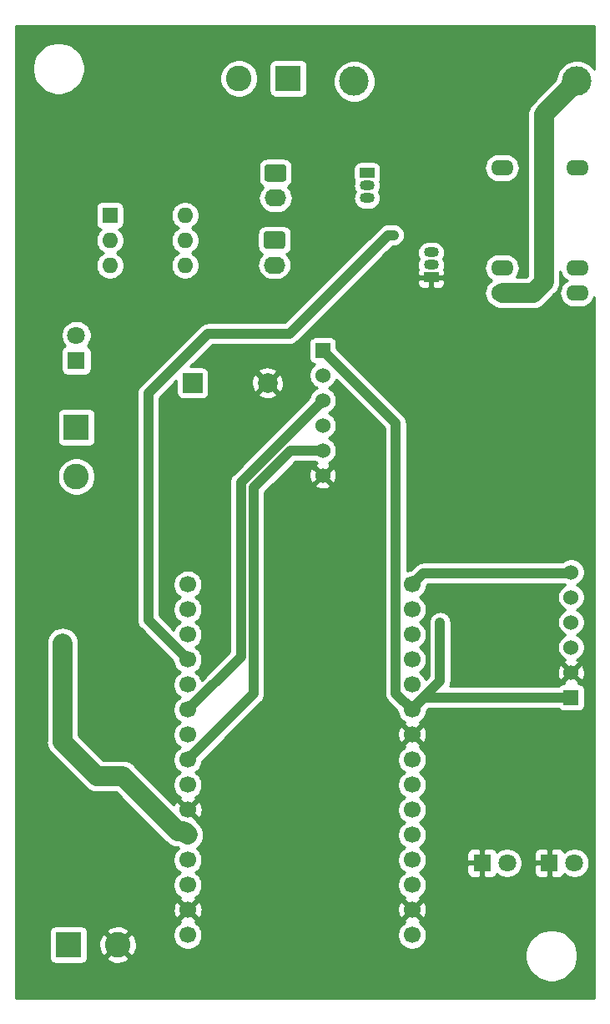
<source format=gbr>
%TF.GenerationSoftware,KiCad,Pcbnew,5.1.12-84ad8e8a86~92~ubuntu16.04.1*%
%TF.CreationDate,2022-04-25T15:27:55-03:00*%
%TF.ProjectId,Avionica,4176696f-6e69-4636-912e-6b696361645f,rev?*%
%TF.SameCoordinates,Original*%
%TF.FileFunction,Copper,L2,Bot*%
%TF.FilePolarity,Positive*%
%FSLAX46Y46*%
G04 Gerber Fmt 4.6, Leading zero omitted, Abs format (unit mm)*
G04 Created by KiCad (PCBNEW 5.1.12-84ad8e8a86~92~ubuntu16.04.1) date 2022-04-25 15:27:55*
%MOMM*%
%LPD*%
G01*
G04 APERTURE LIST*
%TA.AperFunction,ComponentPad*%
%ADD10O,2.300000X1.600000*%
%TD*%
%TA.AperFunction,ComponentPad*%
%ADD11R,1.524000X1.524000*%
%TD*%
%TA.AperFunction,ComponentPad*%
%ADD12C,1.524000*%
%TD*%
%TA.AperFunction,ComponentPad*%
%ADD13R,2.000000X2.000000*%
%TD*%
%TA.AperFunction,ComponentPad*%
%ADD14C,2.000000*%
%TD*%
%TA.AperFunction,ComponentPad*%
%ADD15R,1.800000X1.800000*%
%TD*%
%TA.AperFunction,ComponentPad*%
%ADD16C,1.800000*%
%TD*%
%TA.AperFunction,ComponentPad*%
%ADD17C,3.000000*%
%TD*%
%TA.AperFunction,ComponentPad*%
%ADD18C,2.600000*%
%TD*%
%TA.AperFunction,ComponentPad*%
%ADD19R,2.600000X2.600000*%
%TD*%
%TA.AperFunction,ComponentPad*%
%ADD20O,2.190000X1.740000*%
%TD*%
%TA.AperFunction,ComponentPad*%
%ADD21O,1.500000X1.050000*%
%TD*%
%TA.AperFunction,ComponentPad*%
%ADD22R,1.500000X1.050000*%
%TD*%
%TA.AperFunction,ComponentPad*%
%ADD23R,1.600000X1.600000*%
%TD*%
%TA.AperFunction,ComponentPad*%
%ADD24O,1.600000X1.600000*%
%TD*%
%TA.AperFunction,ComponentPad*%
%ADD25C,1.700000*%
%TD*%
%TA.AperFunction,ViaPad*%
%ADD26C,0.800000*%
%TD*%
%TA.AperFunction,ViaPad*%
%ADD27C,1.400000*%
%TD*%
%TA.AperFunction,Conductor*%
%ADD28C,1.000000*%
%TD*%
%TA.AperFunction,Conductor*%
%ADD29C,2.000000*%
%TD*%
%TA.AperFunction,Conductor*%
%ADD30C,0.254000*%
%TD*%
%TA.AperFunction,Conductor*%
%ADD31C,0.100000*%
%TD*%
G04 APERTURE END LIST*
D10*
%TO.P,K1,5*%
%TO.N,Net-(J5-Pad1)*%
X152910000Y-61760000D03*
%TO.P,K1,2*%
%TO.N,/3V3*%
X152910000Y-71920000D03*
%TO.P,K1,6*%
%TO.N,Net-(J5-Pad1)*%
X145290000Y-61760000D03*
%TO.P,K1,9*%
%TO.N,Net-(D3-Pad2)*%
X145290000Y-71920000D03*
%TO.P,K1,1*%
%TO.N,Net-(K1-Pad1)*%
X152910000Y-74460000D03*
%TO.P,K1,10*%
%TO.N,Net-(F2-Pad2)*%
X145290000Y-74460000D03*
%TD*%
D11*
%TO.P,A1,1*%
%TO.N,/3V3*%
X152300000Y-115500000D03*
D12*
%TO.P,A1,2*%
%TO.N,GND*%
X152300000Y-112960000D03*
%TO.P,A1,3*%
%TO.N,/SCL_MASTER*%
X152300000Y-110420000D03*
%TO.P,A1,4*%
%TO.N,/SDA_MASTER*%
X152300000Y-107880000D03*
%TO.P,A1,5*%
%TO.N,Net-(A1-Pad5)*%
X152300000Y-105340000D03*
%TO.P,A1,6*%
%TO.N,/SD0_BMP280*%
X152300000Y-102800000D03*
%TD*%
D11*
%TO.P,A2,1*%
%TO.N,/3V3*%
X127100000Y-80300000D03*
D12*
%TO.P,A2,2*%
%TO.N,/CS*%
X127100000Y-82840000D03*
%TO.P,A2,3*%
%TO.N,/MOSI*%
X127100000Y-85380000D03*
%TO.P,A2,4*%
%TO.N,/SCLK*%
X127100000Y-87920000D03*
%TO.P,A2,5*%
%TO.N,/MISO*%
X127100000Y-90460000D03*
%TO.P,A2,6*%
%TO.N,GND*%
X127100000Y-93000000D03*
%TD*%
D13*
%TO.P,BZ1,1*%
%TO.N,Net-(BZ1-Pad1)*%
X113900000Y-83600000D03*
D14*
%TO.P,BZ1,2*%
%TO.N,GND*%
X121500000Y-83600000D03*
%TD*%
D15*
%TO.P,D1,1*%
%TO.N,GND*%
X150100000Y-132300000D03*
D16*
%TO.P,D1,2*%
%TO.N,Net-(D1-Pad2)*%
X152640000Y-132300000D03*
%TD*%
%TO.P,D2,2*%
%TO.N,Net-(D2-Pad2)*%
X102100000Y-78760000D03*
D15*
%TO.P,D2,1*%
%TO.N,/GND_ISO*%
X102100000Y-81300000D03*
%TD*%
%TO.P,D4,1*%
%TO.N,GND*%
X143260000Y-132300000D03*
D16*
%TO.P,D4,2*%
%TO.N,Net-(D4-Pad2)*%
X145800000Y-132300000D03*
%TD*%
D17*
%TO.P,F2,1*%
%TO.N,Net-(F2-Pad1)*%
X130300000Y-53000000D03*
%TO.P,F2,2*%
%TO.N,Net-(F2-Pad2)*%
X152900000Y-53000000D03*
%TD*%
D18*
%TO.P,J1,2*%
%TO.N,GND*%
X106300000Y-140600000D03*
D19*
%TO.P,J1,1*%
%TO.N,/Vbat*%
X101300000Y-140600000D03*
%TD*%
%TO.P,J2,1*%
%TO.N,/GND_ISO*%
X102100000Y-88100000D03*
D18*
%TO.P,J2,2*%
%TO.N,/NiCr_ISO*%
X102100000Y-93100000D03*
%TD*%
D20*
%TO.P,J3,2*%
%TO.N,Net-(J3-Pad2)*%
X122300000Y-64840000D03*
%TO.P,J3,1*%
%TO.N,/3V3*%
%TA.AperFunction,ComponentPad*%
G36*
G01*
X121454999Y-61430000D02*
X123145001Y-61430000D01*
G75*
G02*
X123395000Y-61679999I0J-249999D01*
G01*
X123395000Y-62920001D01*
G75*
G02*
X123145001Y-63170000I-249999J0D01*
G01*
X121454999Y-63170000D01*
G75*
G02*
X121205000Y-62920001I0J249999D01*
G01*
X121205000Y-61679999D01*
G75*
G02*
X121454999Y-61430000I249999J0D01*
G01*
G37*
%TD.AperFunction*%
%TD*%
%TO.P,J4,1*%
%TO.N,Net-(J3-Pad2)*%
%TA.AperFunction,ComponentPad*%
G36*
G01*
X121354999Y-68230000D02*
X123045001Y-68230000D01*
G75*
G02*
X123295000Y-68479999I0J-249999D01*
G01*
X123295000Y-69720001D01*
G75*
G02*
X123045001Y-69970000I-249999J0D01*
G01*
X121354999Y-69970000D01*
G75*
G02*
X121105000Y-69720001I0J249999D01*
G01*
X121105000Y-68479999D01*
G75*
G02*
X121354999Y-68230000I249999J0D01*
G01*
G37*
%TD.AperFunction*%
%TO.P,J4,2*%
%TO.N,Net-(J4-Pad2)*%
X122200000Y-71640000D03*
%TD*%
D19*
%TO.P,J5,1*%
%TO.N,Net-(J5-Pad1)*%
X123600000Y-52700000D03*
D18*
%TO.P,J5,2*%
%TO.N,Net-(F2-Pad1)*%
X118600000Y-52700000D03*
%TD*%
D21*
%TO.P,Q1,2*%
%TO.N,Net-(Q1-Pad2)*%
X131600000Y-63570000D03*
%TO.P,Q1,3*%
%TO.N,Net-(J3-Pad2)*%
X131600000Y-64840000D03*
D22*
%TO.P,Q1,1*%
%TO.N,/3V3*%
X131600000Y-62300000D03*
%TD*%
%TO.P,Q2,1*%
%TO.N,GND*%
X138100000Y-72900000D03*
D21*
%TO.P,Q2,3*%
%TO.N,Net-(D3-Pad2)*%
X138100000Y-70360000D03*
%TO.P,Q2,2*%
%TO.N,Net-(Q2-Pad2)*%
X138100000Y-71630000D03*
%TD*%
D23*
%TO.P,U2,1*%
%TO.N,Net-(R7-Pad1)*%
X105500000Y-66600000D03*
D24*
%TO.P,U2,4*%
%TO.N,Net-(J4-Pad2)*%
X113120000Y-71680000D03*
%TO.P,U2,2*%
%TO.N,Net-(D2-Pad2)*%
X105500000Y-69140000D03*
%TO.P,U2,5*%
%TO.N,Net-(J3-Pad2)*%
X113120000Y-69140000D03*
%TO.P,U2,3*%
%TO.N,Net-(U2-Pad3)*%
X105500000Y-71680000D03*
%TO.P,U2,6*%
%TO.N,Net-(U2-Pad6)*%
X113120000Y-66600000D03*
%TD*%
D25*
%TO.P,U3,1*%
%TO.N,/ADC*%
X113405000Y-104050000D03*
%TO.P,U3,2*%
%TO.N,Net-(U3-Pad2)*%
X113405000Y-106590000D03*
%TO.P,U3,3*%
%TO.N,Net-(U3-Pad3)*%
X113405000Y-109130000D03*
%TO.P,U3,4*%
%TO.N,/IGN*%
X113405000Y-111670000D03*
%TO.P,U3,5*%
%TO.N,/Buzzer*%
X113405000Y-114210000D03*
%TO.P,U3,6*%
%TO.N,/MOSI*%
X113405000Y-116750000D03*
%TO.P,U3,7*%
%TO.N,/CS*%
X113405000Y-119290000D03*
%TO.P,U3,8*%
%TO.N,/MISO*%
X113405000Y-121830000D03*
%TO.P,U3,9*%
%TO.N,/SCLK*%
X113405000Y-124370000D03*
%TO.P,U3,10*%
%TO.N,GND*%
X113405000Y-126910000D03*
%TO.P,U3,11*%
%TO.N,/3V3*%
X113405000Y-129450000D03*
%TO.P,U3,12*%
%TO.N,Net-(U3-Pad12)*%
X113405000Y-131990000D03*
%TO.P,U3,13*%
%TO.N,Net-(U3-Pad13)*%
X113405000Y-134530000D03*
%TO.P,U3,14*%
%TO.N,GND*%
X113405000Y-137070000D03*
%TO.P,U3,15*%
%TO.N,Net-(U3-Pad15)*%
X113405000Y-139610000D03*
%TO.P,U3,16*%
%TO.N,/3V3*%
X136160000Y-139610000D03*
%TO.P,U3,17*%
%TO.N,GND*%
X136160000Y-137070000D03*
%TO.P,U3,18*%
%TO.N,Net-(U3-Pad18)*%
X136160000Y-134530000D03*
%TO.P,U3,19*%
%TO.N,Net-(U3-Pad19)*%
X136160000Y-131990000D03*
%TO.P,U3,20*%
%TO.N,Net-(U3-Pad20)*%
X136160000Y-129450000D03*
%TO.P,U3,21*%
%TO.N,Net-(U3-Pad21)*%
X136160000Y-126910000D03*
%TO.P,U3,22*%
%TO.N,Net-(U3-Pad22)*%
X136160000Y-124370000D03*
%TO.P,U3,23*%
%TO.N,Net-(U3-Pad23)*%
X136160000Y-121830000D03*
%TO.P,U3,24*%
%TO.N,GND*%
X136160000Y-119290000D03*
%TO.P,U3,25*%
%TO.N,/3V3*%
X136160000Y-116750000D03*
%TO.P,U3,26*%
%TO.N,/LedStatus*%
X136160000Y-114210000D03*
%TO.P,U3,27*%
%TO.N,/LedAcionamento*%
X136160000Y-111670000D03*
%TO.P,U3,28*%
%TO.N,/SDA_MASTER*%
X136160000Y-109130000D03*
%TO.P,U3,29*%
%TO.N,/SCL_MASTER*%
X136160000Y-106590000D03*
%TO.P,U3,30*%
%TO.N,/SD0_BMP280*%
X136160000Y-104050000D03*
%TD*%
D26*
%TO.N,/3V3*%
X139000000Y-107900000D03*
D27*
X100700000Y-110000000D03*
D26*
%TO.N,GND*%
X106060000Y-117940000D03*
%TO.N,/IGN*%
X134300000Y-68600000D03*
%TD*%
D28*
%TO.N,/3V3*%
X136160000Y-116652002D02*
X136160000Y-116750000D01*
X139000000Y-113812002D02*
X136160000Y-116652002D01*
X139000000Y-107900000D02*
X139000000Y-113812002D01*
X137410000Y-115500000D02*
X136160000Y-116750000D01*
X152300000Y-115500000D02*
X137410000Y-115500000D01*
D29*
X100700000Y-110000000D02*
X100700000Y-120000000D01*
X100700000Y-120000000D02*
X104200000Y-123500000D01*
X112372999Y-129060001D02*
X113015001Y-129060001D01*
X113015001Y-129060001D02*
X113405000Y-129450000D01*
X106812998Y-123500000D02*
X112372999Y-129060001D01*
X104200000Y-123500000D02*
X106812998Y-123500000D01*
D28*
X134509999Y-87709999D02*
X127100000Y-80300000D01*
X134509999Y-115099999D02*
X134509999Y-87709999D01*
X136160000Y-116750000D02*
X134509999Y-115099999D01*
%TO.N,/SD0_BMP280*%
X136160000Y-104050000D02*
X137300000Y-102910000D01*
X152190000Y-102910000D02*
X152300000Y-102800000D01*
X137300000Y-102910000D02*
X152190000Y-102910000D01*
%TO.N,/MOSI*%
X127100000Y-85380000D02*
X118800000Y-93680000D01*
X118800000Y-111355000D02*
X113405000Y-116750000D01*
X118800000Y-93680000D02*
X118800000Y-111355000D01*
%TO.N,/MISO*%
X127100000Y-90460000D02*
X123858490Y-90460000D01*
X123858490Y-90460000D02*
X120100010Y-94218480D01*
X120100010Y-115134990D02*
X113405000Y-121830000D01*
X120100010Y-94218480D02*
X120100010Y-115134990D01*
D29*
%TO.N,Net-(F2-Pad2)*%
X152900000Y-53000000D02*
X149520000Y-56380000D01*
X148440000Y-74460000D02*
X145290000Y-74460000D01*
X149520000Y-73380000D02*
X148440000Y-74460000D01*
X149520000Y-56380000D02*
X149520000Y-73380000D01*
D28*
%TO.N,/IGN*%
X133734315Y-68600000D02*
X123734315Y-78600000D01*
X134300000Y-68600000D02*
X133734315Y-68600000D01*
X115459998Y-78600000D02*
X109400000Y-84659998D01*
X123734315Y-78600000D02*
X115459998Y-78600000D01*
X109400000Y-107665000D02*
X113405000Y-111670000D01*
X109400000Y-84659998D02*
X109400000Y-107665000D01*
%TD*%
D30*
%TO.N,GND*%
X154640000Y-51761196D02*
X154558363Y-51639017D01*
X154260983Y-51341637D01*
X153911302Y-51107988D01*
X153522756Y-50947047D01*
X153110279Y-50865000D01*
X152689721Y-50865000D01*
X152277244Y-50947047D01*
X151888698Y-51107988D01*
X151539017Y-51341637D01*
X151241637Y-51639017D01*
X151007988Y-51988698D01*
X150847047Y-52377244D01*
X150765000Y-52789721D01*
X150765000Y-52822761D01*
X148420687Y-55167075D01*
X148358286Y-55218286D01*
X148153969Y-55467249D01*
X148002148Y-55751286D01*
X147908657Y-56059485D01*
X147885000Y-56299678D01*
X147877089Y-56380000D01*
X147885000Y-56460319D01*
X147885001Y-72702760D01*
X147762762Y-72825000D01*
X146753664Y-72825000D01*
X146838932Y-72721101D01*
X146972182Y-72471808D01*
X147054236Y-72201309D01*
X147081943Y-71920000D01*
X147054236Y-71638691D01*
X146972182Y-71368192D01*
X146838932Y-71118899D01*
X146659608Y-70900392D01*
X146441101Y-70721068D01*
X146191808Y-70587818D01*
X145921309Y-70505764D01*
X145710492Y-70485000D01*
X144869508Y-70485000D01*
X144658691Y-70505764D01*
X144388192Y-70587818D01*
X144138899Y-70721068D01*
X143920392Y-70900392D01*
X143741068Y-71118899D01*
X143607818Y-71368192D01*
X143525764Y-71638691D01*
X143498057Y-71920000D01*
X143525764Y-72201309D01*
X143607818Y-72471808D01*
X143741068Y-72721101D01*
X143920392Y-72939608D01*
X144138899Y-73118932D01*
X144264818Y-73186237D01*
X144238521Y-73207819D01*
X144138899Y-73261068D01*
X143920392Y-73440392D01*
X143741068Y-73658899D01*
X143607818Y-73908192D01*
X143525764Y-74178691D01*
X143498057Y-74460000D01*
X143525764Y-74741309D01*
X143607818Y-75011808D01*
X143741068Y-75261101D01*
X143920392Y-75479608D01*
X144138899Y-75658932D01*
X144238521Y-75712181D01*
X144377248Y-75826031D01*
X144661285Y-75977852D01*
X144969484Y-76071343D01*
X145209678Y-76095000D01*
X148359681Y-76095000D01*
X148440000Y-76102911D01*
X148520319Y-76095000D01*
X148520322Y-76095000D01*
X148760516Y-76071343D01*
X149068715Y-75977852D01*
X149352752Y-75826031D01*
X149601714Y-75621714D01*
X149652924Y-75559314D01*
X150619318Y-74592921D01*
X150681714Y-74541714D01*
X150886031Y-74292752D01*
X151037852Y-74008715D01*
X151070451Y-73901250D01*
X151131343Y-73700517D01*
X151162911Y-73380000D01*
X151155000Y-73299678D01*
X151155000Y-72231756D01*
X151227818Y-72471808D01*
X151361068Y-72721101D01*
X151540392Y-72939608D01*
X151758899Y-73118932D01*
X151891858Y-73190000D01*
X151758899Y-73261068D01*
X151540392Y-73440392D01*
X151361068Y-73658899D01*
X151227818Y-73908192D01*
X151145764Y-74178691D01*
X151118057Y-74460000D01*
X151145764Y-74741309D01*
X151227818Y-75011808D01*
X151361068Y-75261101D01*
X151540392Y-75479608D01*
X151758899Y-75658932D01*
X152008192Y-75792182D01*
X152278691Y-75874236D01*
X152489508Y-75895000D01*
X153330492Y-75895000D01*
X153541309Y-75874236D01*
X153811808Y-75792182D01*
X154061101Y-75658932D01*
X154279608Y-75479608D01*
X154458932Y-75261101D01*
X154592182Y-75011808D01*
X154640000Y-74854170D01*
X154640001Y-146040000D01*
X95960000Y-146040000D01*
X95960000Y-139300000D01*
X99361928Y-139300000D01*
X99361928Y-141900000D01*
X99374188Y-142024482D01*
X99410498Y-142144180D01*
X99469463Y-142254494D01*
X99548815Y-142351185D01*
X99645506Y-142430537D01*
X99755820Y-142489502D01*
X99875518Y-142525812D01*
X100000000Y-142538072D01*
X102600000Y-142538072D01*
X102724482Y-142525812D01*
X102844180Y-142489502D01*
X102954494Y-142430537D01*
X103051185Y-142351185D01*
X103130537Y-142254494D01*
X103189502Y-142144180D01*
X103225812Y-142024482D01*
X103233224Y-141949224D01*
X105130381Y-141949224D01*
X105262317Y-142244312D01*
X105603045Y-142415159D01*
X105970557Y-142516250D01*
X106350729Y-142543701D01*
X106728951Y-142496457D01*
X107090690Y-142376333D01*
X107337683Y-142244312D01*
X107469619Y-141949224D01*
X106300000Y-140779605D01*
X105130381Y-141949224D01*
X103233224Y-141949224D01*
X103238072Y-141900000D01*
X103238072Y-140650729D01*
X104356299Y-140650729D01*
X104403543Y-141028951D01*
X104523667Y-141390690D01*
X104655688Y-141637683D01*
X104950776Y-141769619D01*
X106120395Y-140600000D01*
X106479605Y-140600000D01*
X107649224Y-141769619D01*
X107944312Y-141637683D01*
X108044780Y-141437314D01*
X147632905Y-141437314D01*
X147632905Y-141962686D01*
X147735400Y-142477963D01*
X147936451Y-142963343D01*
X148228332Y-143400174D01*
X148599826Y-143771668D01*
X149036657Y-144063549D01*
X149522037Y-144264600D01*
X150037314Y-144367095D01*
X150562686Y-144367095D01*
X151077963Y-144264600D01*
X151563343Y-144063549D01*
X152000174Y-143771668D01*
X152371668Y-143400174D01*
X152663549Y-142963343D01*
X152864600Y-142477963D01*
X152967095Y-141962686D01*
X152967095Y-141437314D01*
X152864600Y-140922037D01*
X152663549Y-140436657D01*
X152371668Y-139999826D01*
X152000174Y-139628332D01*
X151563343Y-139336451D01*
X151077963Y-139135400D01*
X150562686Y-139032905D01*
X150037314Y-139032905D01*
X149522037Y-139135400D01*
X149036657Y-139336451D01*
X148599826Y-139628332D01*
X148228332Y-139999826D01*
X147936451Y-140436657D01*
X147735400Y-140922037D01*
X147632905Y-141437314D01*
X108044780Y-141437314D01*
X108115159Y-141296955D01*
X108216250Y-140929443D01*
X108243701Y-140549271D01*
X108196457Y-140171049D01*
X108076333Y-139809310D01*
X107944312Y-139562317D01*
X107723835Y-139463740D01*
X111920000Y-139463740D01*
X111920000Y-139756260D01*
X111977068Y-140043158D01*
X112089010Y-140313411D01*
X112251525Y-140556632D01*
X112458368Y-140763475D01*
X112701589Y-140925990D01*
X112971842Y-141037932D01*
X113258740Y-141095000D01*
X113551260Y-141095000D01*
X113838158Y-141037932D01*
X114108411Y-140925990D01*
X114351632Y-140763475D01*
X114558475Y-140556632D01*
X114720990Y-140313411D01*
X114832932Y-140043158D01*
X114890000Y-139756260D01*
X114890000Y-139463740D01*
X134675000Y-139463740D01*
X134675000Y-139756260D01*
X134732068Y-140043158D01*
X134844010Y-140313411D01*
X135006525Y-140556632D01*
X135213368Y-140763475D01*
X135456589Y-140925990D01*
X135726842Y-141037932D01*
X136013740Y-141095000D01*
X136306260Y-141095000D01*
X136593158Y-141037932D01*
X136863411Y-140925990D01*
X137106632Y-140763475D01*
X137313475Y-140556632D01*
X137475990Y-140313411D01*
X137587932Y-140043158D01*
X137645000Y-139756260D01*
X137645000Y-139463740D01*
X137587932Y-139176842D01*
X137475990Y-138906589D01*
X137313475Y-138663368D01*
X137106632Y-138456525D01*
X136933271Y-138340689D01*
X137008792Y-138098397D01*
X136160000Y-137249605D01*
X135311208Y-138098397D01*
X135386729Y-138340689D01*
X135213368Y-138456525D01*
X135006525Y-138663368D01*
X134844010Y-138906589D01*
X134732068Y-139176842D01*
X134675000Y-139463740D01*
X114890000Y-139463740D01*
X114832932Y-139176842D01*
X114720990Y-138906589D01*
X114558475Y-138663368D01*
X114351632Y-138456525D01*
X114178271Y-138340689D01*
X114253792Y-138098397D01*
X113405000Y-137249605D01*
X112556208Y-138098397D01*
X112631729Y-138340689D01*
X112458368Y-138456525D01*
X112251525Y-138663368D01*
X112089010Y-138906589D01*
X111977068Y-139176842D01*
X111920000Y-139463740D01*
X107723835Y-139463740D01*
X107649224Y-139430381D01*
X106479605Y-140600000D01*
X106120395Y-140600000D01*
X104950776Y-139430381D01*
X104655688Y-139562317D01*
X104484841Y-139903045D01*
X104383750Y-140270557D01*
X104356299Y-140650729D01*
X103238072Y-140650729D01*
X103238072Y-139300000D01*
X103233225Y-139250776D01*
X105130381Y-139250776D01*
X106300000Y-140420395D01*
X107469619Y-139250776D01*
X107337683Y-138955688D01*
X106996955Y-138784841D01*
X106629443Y-138683750D01*
X106249271Y-138656299D01*
X105871049Y-138703543D01*
X105509310Y-138823667D01*
X105262317Y-138955688D01*
X105130381Y-139250776D01*
X103233225Y-139250776D01*
X103225812Y-139175518D01*
X103189502Y-139055820D01*
X103130537Y-138945506D01*
X103051185Y-138848815D01*
X102954494Y-138769463D01*
X102844180Y-138710498D01*
X102724482Y-138674188D01*
X102600000Y-138661928D01*
X100000000Y-138661928D01*
X99875518Y-138674188D01*
X99755820Y-138710498D01*
X99645506Y-138769463D01*
X99548815Y-138848815D01*
X99469463Y-138945506D01*
X99410498Y-139055820D01*
X99374188Y-139175518D01*
X99361928Y-139300000D01*
X95960000Y-139300000D01*
X95960000Y-137138531D01*
X111914389Y-137138531D01*
X111956401Y-137428019D01*
X112054081Y-137703747D01*
X112127528Y-137841157D01*
X112376603Y-137918792D01*
X113225395Y-137070000D01*
X113584605Y-137070000D01*
X114433397Y-137918792D01*
X114682472Y-137841157D01*
X114808371Y-137577117D01*
X114880339Y-137293589D01*
X114888445Y-137138531D01*
X134669389Y-137138531D01*
X134711401Y-137428019D01*
X134809081Y-137703747D01*
X134882528Y-137841157D01*
X135131603Y-137918792D01*
X135980395Y-137070000D01*
X136339605Y-137070000D01*
X137188397Y-137918792D01*
X137437472Y-137841157D01*
X137563371Y-137577117D01*
X137635339Y-137293589D01*
X137650611Y-137001469D01*
X137608599Y-136711981D01*
X137510919Y-136436253D01*
X137437472Y-136298843D01*
X137188397Y-136221208D01*
X136339605Y-137070000D01*
X135980395Y-137070000D01*
X135131603Y-136221208D01*
X134882528Y-136298843D01*
X134756629Y-136562883D01*
X134684661Y-136846411D01*
X134669389Y-137138531D01*
X114888445Y-137138531D01*
X114895611Y-137001469D01*
X114853599Y-136711981D01*
X114755919Y-136436253D01*
X114682472Y-136298843D01*
X114433397Y-136221208D01*
X113584605Y-137070000D01*
X113225395Y-137070000D01*
X112376603Y-136221208D01*
X112127528Y-136298843D01*
X112001629Y-136562883D01*
X111929661Y-136846411D01*
X111914389Y-137138531D01*
X95960000Y-137138531D01*
X95960000Y-120000000D01*
X99057089Y-120000000D01*
X99088658Y-120320516D01*
X99182148Y-120628714D01*
X99182149Y-120628715D01*
X99333970Y-120912752D01*
X99538287Y-121161714D01*
X99600682Y-121212920D01*
X102987080Y-124599319D01*
X103038286Y-124661714D01*
X103287248Y-124866031D01*
X103571285Y-125017852D01*
X103879484Y-125111343D01*
X104119678Y-125135000D01*
X104119680Y-125135000D01*
X104199999Y-125142911D01*
X104280319Y-125135000D01*
X106135760Y-125135000D01*
X111160079Y-130159320D01*
X111211285Y-130221715D01*
X111460247Y-130426032D01*
X111607986Y-130505000D01*
X111744284Y-130577853D01*
X112052482Y-130671344D01*
X112351879Y-130700832D01*
X112490809Y-130814849D01*
X112458368Y-130836525D01*
X112251525Y-131043368D01*
X112089010Y-131286589D01*
X111977068Y-131556842D01*
X111920000Y-131843740D01*
X111920000Y-132136260D01*
X111977068Y-132423158D01*
X112089010Y-132693411D01*
X112251525Y-132936632D01*
X112458368Y-133143475D01*
X112632760Y-133260000D01*
X112458368Y-133376525D01*
X112251525Y-133583368D01*
X112089010Y-133826589D01*
X111977068Y-134096842D01*
X111920000Y-134383740D01*
X111920000Y-134676260D01*
X111977068Y-134963158D01*
X112089010Y-135233411D01*
X112251525Y-135476632D01*
X112458368Y-135683475D01*
X112631729Y-135799311D01*
X112556208Y-136041603D01*
X113405000Y-136890395D01*
X114253792Y-136041603D01*
X114178271Y-135799311D01*
X114351632Y-135683475D01*
X114558475Y-135476632D01*
X114720990Y-135233411D01*
X114832932Y-134963158D01*
X114890000Y-134676260D01*
X114890000Y-134383740D01*
X114832932Y-134096842D01*
X114720990Y-133826589D01*
X114558475Y-133583368D01*
X114351632Y-133376525D01*
X114177240Y-133260000D01*
X114351632Y-133143475D01*
X114558475Y-132936632D01*
X114720990Y-132693411D01*
X114832932Y-132423158D01*
X114890000Y-132136260D01*
X114890000Y-131843740D01*
X114832932Y-131556842D01*
X114720990Y-131286589D01*
X114558475Y-131043368D01*
X114351632Y-130836525D01*
X114319191Y-130814849D01*
X114566713Y-130611713D01*
X114771030Y-130362752D01*
X114922852Y-130078714D01*
X115016343Y-129770516D01*
X115047911Y-129450000D01*
X115016343Y-129129483D01*
X114922852Y-128821286D01*
X114771030Y-128537248D01*
X114617915Y-128350677D01*
X114242349Y-127975111D01*
X114253792Y-127938397D01*
X113405000Y-127089605D01*
X113390858Y-127103748D01*
X113211253Y-126924143D01*
X113225395Y-126910000D01*
X113584605Y-126910000D01*
X114433397Y-127758792D01*
X114682472Y-127681157D01*
X114808371Y-127417117D01*
X114880339Y-127133589D01*
X114895611Y-126841469D01*
X114853599Y-126551981D01*
X114755919Y-126276253D01*
X114682472Y-126138843D01*
X114433397Y-126061208D01*
X113584605Y-126910000D01*
X113225395Y-126910000D01*
X112376603Y-126061208D01*
X112127528Y-126138843D01*
X112010182Y-126384945D01*
X108025923Y-122400687D01*
X107974712Y-122338286D01*
X107725750Y-122133969D01*
X107441713Y-121982148D01*
X107133514Y-121888657D01*
X106893320Y-121865000D01*
X106893317Y-121865000D01*
X106812998Y-121857089D01*
X106732679Y-121865000D01*
X104877239Y-121865000D01*
X102335000Y-119322762D01*
X102335000Y-109919678D01*
X102311343Y-109679484D01*
X102217852Y-109371285D01*
X102066031Y-109087248D01*
X101861714Y-108838286D01*
X101612751Y-108633969D01*
X101328714Y-108482148D01*
X101020515Y-108388657D01*
X100700000Y-108357089D01*
X100379484Y-108388657D01*
X100071285Y-108482148D01*
X99787248Y-108633969D01*
X99538286Y-108838286D01*
X99333969Y-109087249D01*
X99182148Y-109371286D01*
X99088657Y-109679485D01*
X99065000Y-109919679D01*
X99065001Y-119919671D01*
X99057089Y-120000000D01*
X95960000Y-120000000D01*
X95960000Y-92909419D01*
X100165000Y-92909419D01*
X100165000Y-93290581D01*
X100239361Y-93664419D01*
X100385225Y-94016566D01*
X100596987Y-94333491D01*
X100866509Y-94603013D01*
X101183434Y-94814775D01*
X101535581Y-94960639D01*
X101909419Y-95035000D01*
X102290581Y-95035000D01*
X102664419Y-94960639D01*
X103016566Y-94814775D01*
X103333491Y-94603013D01*
X103603013Y-94333491D01*
X103814775Y-94016566D01*
X103960639Y-93664419D01*
X104035000Y-93290581D01*
X104035000Y-92909419D01*
X103960639Y-92535581D01*
X103814775Y-92183434D01*
X103603013Y-91866509D01*
X103333491Y-91596987D01*
X103016566Y-91385225D01*
X102664419Y-91239361D01*
X102290581Y-91165000D01*
X101909419Y-91165000D01*
X101535581Y-91239361D01*
X101183434Y-91385225D01*
X100866509Y-91596987D01*
X100596987Y-91866509D01*
X100385225Y-92183434D01*
X100239361Y-92535581D01*
X100165000Y-92909419D01*
X95960000Y-92909419D01*
X95960000Y-86800000D01*
X100161928Y-86800000D01*
X100161928Y-89400000D01*
X100174188Y-89524482D01*
X100210498Y-89644180D01*
X100269463Y-89754494D01*
X100348815Y-89851185D01*
X100445506Y-89930537D01*
X100555820Y-89989502D01*
X100675518Y-90025812D01*
X100800000Y-90038072D01*
X103400000Y-90038072D01*
X103524482Y-90025812D01*
X103644180Y-89989502D01*
X103754494Y-89930537D01*
X103851185Y-89851185D01*
X103930537Y-89754494D01*
X103989502Y-89644180D01*
X104025812Y-89524482D01*
X104038072Y-89400000D01*
X104038072Y-86800000D01*
X104025812Y-86675518D01*
X103989502Y-86555820D01*
X103930537Y-86445506D01*
X103851185Y-86348815D01*
X103754494Y-86269463D01*
X103644180Y-86210498D01*
X103524482Y-86174188D01*
X103400000Y-86161928D01*
X100800000Y-86161928D01*
X100675518Y-86174188D01*
X100555820Y-86210498D01*
X100445506Y-86269463D01*
X100348815Y-86348815D01*
X100269463Y-86445506D01*
X100210498Y-86555820D01*
X100174188Y-86675518D01*
X100161928Y-86800000D01*
X95960000Y-86800000D01*
X95960000Y-84659998D01*
X108259509Y-84659998D01*
X108265000Y-84715749D01*
X108265001Y-107609238D01*
X108259509Y-107665000D01*
X108281423Y-107887498D01*
X108346324Y-108101446D01*
X108346325Y-108101447D01*
X108451717Y-108298623D01*
X108593552Y-108471449D01*
X108636860Y-108506991D01*
X111920000Y-111790132D01*
X111920000Y-111816260D01*
X111977068Y-112103158D01*
X112089010Y-112373411D01*
X112251525Y-112616632D01*
X112458368Y-112823475D01*
X112632760Y-112940000D01*
X112458368Y-113056525D01*
X112251525Y-113263368D01*
X112089010Y-113506589D01*
X111977068Y-113776842D01*
X111920000Y-114063740D01*
X111920000Y-114356260D01*
X111977068Y-114643158D01*
X112089010Y-114913411D01*
X112251525Y-115156632D01*
X112458368Y-115363475D01*
X112632760Y-115480000D01*
X112458368Y-115596525D01*
X112251525Y-115803368D01*
X112089010Y-116046589D01*
X111977068Y-116316842D01*
X111920000Y-116603740D01*
X111920000Y-116896260D01*
X111977068Y-117183158D01*
X112089010Y-117453411D01*
X112251525Y-117696632D01*
X112458368Y-117903475D01*
X112632760Y-118020000D01*
X112458368Y-118136525D01*
X112251525Y-118343368D01*
X112089010Y-118586589D01*
X111977068Y-118856842D01*
X111920000Y-119143740D01*
X111920000Y-119436260D01*
X111977068Y-119723158D01*
X112089010Y-119993411D01*
X112251525Y-120236632D01*
X112458368Y-120443475D01*
X112632760Y-120560000D01*
X112458368Y-120676525D01*
X112251525Y-120883368D01*
X112089010Y-121126589D01*
X111977068Y-121396842D01*
X111920000Y-121683740D01*
X111920000Y-121976260D01*
X111977068Y-122263158D01*
X112089010Y-122533411D01*
X112251525Y-122776632D01*
X112458368Y-122983475D01*
X112632760Y-123100000D01*
X112458368Y-123216525D01*
X112251525Y-123423368D01*
X112089010Y-123666589D01*
X111977068Y-123936842D01*
X111920000Y-124223740D01*
X111920000Y-124516260D01*
X111977068Y-124803158D01*
X112089010Y-125073411D01*
X112251525Y-125316632D01*
X112458368Y-125523475D01*
X112631729Y-125639311D01*
X112556208Y-125881603D01*
X113405000Y-126730395D01*
X114253792Y-125881603D01*
X114178271Y-125639311D01*
X114351632Y-125523475D01*
X114558475Y-125316632D01*
X114720990Y-125073411D01*
X114832932Y-124803158D01*
X114890000Y-124516260D01*
X114890000Y-124223740D01*
X114832932Y-123936842D01*
X114720990Y-123666589D01*
X114558475Y-123423368D01*
X114351632Y-123216525D01*
X114177240Y-123100000D01*
X114351632Y-122983475D01*
X114558475Y-122776632D01*
X114720990Y-122533411D01*
X114832932Y-122263158D01*
X114890000Y-121976260D01*
X114890000Y-121950131D01*
X115156391Y-121683740D01*
X134675000Y-121683740D01*
X134675000Y-121976260D01*
X134732068Y-122263158D01*
X134844010Y-122533411D01*
X135006525Y-122776632D01*
X135213368Y-122983475D01*
X135387760Y-123100000D01*
X135213368Y-123216525D01*
X135006525Y-123423368D01*
X134844010Y-123666589D01*
X134732068Y-123936842D01*
X134675000Y-124223740D01*
X134675000Y-124516260D01*
X134732068Y-124803158D01*
X134844010Y-125073411D01*
X135006525Y-125316632D01*
X135213368Y-125523475D01*
X135387760Y-125640000D01*
X135213368Y-125756525D01*
X135006525Y-125963368D01*
X134844010Y-126206589D01*
X134732068Y-126476842D01*
X134675000Y-126763740D01*
X134675000Y-127056260D01*
X134732068Y-127343158D01*
X134844010Y-127613411D01*
X135006525Y-127856632D01*
X135213368Y-128063475D01*
X135387760Y-128180000D01*
X135213368Y-128296525D01*
X135006525Y-128503368D01*
X134844010Y-128746589D01*
X134732068Y-129016842D01*
X134675000Y-129303740D01*
X134675000Y-129596260D01*
X134732068Y-129883158D01*
X134844010Y-130153411D01*
X135006525Y-130396632D01*
X135213368Y-130603475D01*
X135387760Y-130720000D01*
X135213368Y-130836525D01*
X135006525Y-131043368D01*
X134844010Y-131286589D01*
X134732068Y-131556842D01*
X134675000Y-131843740D01*
X134675000Y-132136260D01*
X134732068Y-132423158D01*
X134844010Y-132693411D01*
X135006525Y-132936632D01*
X135213368Y-133143475D01*
X135387760Y-133260000D01*
X135213368Y-133376525D01*
X135006525Y-133583368D01*
X134844010Y-133826589D01*
X134732068Y-134096842D01*
X134675000Y-134383740D01*
X134675000Y-134676260D01*
X134732068Y-134963158D01*
X134844010Y-135233411D01*
X135006525Y-135476632D01*
X135213368Y-135683475D01*
X135386729Y-135799311D01*
X135311208Y-136041603D01*
X136160000Y-136890395D01*
X137008792Y-136041603D01*
X136933271Y-135799311D01*
X137106632Y-135683475D01*
X137313475Y-135476632D01*
X137475990Y-135233411D01*
X137587932Y-134963158D01*
X137645000Y-134676260D01*
X137645000Y-134383740D01*
X137587932Y-134096842D01*
X137475990Y-133826589D01*
X137313475Y-133583368D01*
X137106632Y-133376525D01*
X136932240Y-133260000D01*
X137022036Y-133200000D01*
X141721928Y-133200000D01*
X141734188Y-133324482D01*
X141770498Y-133444180D01*
X141829463Y-133554494D01*
X141908815Y-133651185D01*
X142005506Y-133730537D01*
X142115820Y-133789502D01*
X142235518Y-133825812D01*
X142360000Y-133838072D01*
X142974250Y-133835000D01*
X143133000Y-133676250D01*
X143133000Y-132427000D01*
X141883750Y-132427000D01*
X141725000Y-132585750D01*
X141721928Y-133200000D01*
X137022036Y-133200000D01*
X137106632Y-133143475D01*
X137313475Y-132936632D01*
X137475990Y-132693411D01*
X137587932Y-132423158D01*
X137645000Y-132136260D01*
X137645000Y-131843740D01*
X137587932Y-131556842D01*
X137522967Y-131400000D01*
X141721928Y-131400000D01*
X141725000Y-132014250D01*
X141883750Y-132173000D01*
X143133000Y-132173000D01*
X143133000Y-130923750D01*
X143387000Y-130923750D01*
X143387000Y-132173000D01*
X143407000Y-132173000D01*
X143407000Y-132427000D01*
X143387000Y-132427000D01*
X143387000Y-133676250D01*
X143545750Y-133835000D01*
X144160000Y-133838072D01*
X144284482Y-133825812D01*
X144404180Y-133789502D01*
X144514494Y-133730537D01*
X144611185Y-133651185D01*
X144690537Y-133554494D01*
X144749502Y-133444180D01*
X144755056Y-133425873D01*
X144821495Y-133492312D01*
X145072905Y-133660299D01*
X145352257Y-133776011D01*
X145648816Y-133835000D01*
X145951184Y-133835000D01*
X146247743Y-133776011D01*
X146527095Y-133660299D01*
X146778505Y-133492312D01*
X146992312Y-133278505D01*
X147044767Y-133200000D01*
X148561928Y-133200000D01*
X148574188Y-133324482D01*
X148610498Y-133444180D01*
X148669463Y-133554494D01*
X148748815Y-133651185D01*
X148845506Y-133730537D01*
X148955820Y-133789502D01*
X149075518Y-133825812D01*
X149200000Y-133838072D01*
X149814250Y-133835000D01*
X149973000Y-133676250D01*
X149973000Y-132427000D01*
X148723750Y-132427000D01*
X148565000Y-132585750D01*
X148561928Y-133200000D01*
X147044767Y-133200000D01*
X147160299Y-133027095D01*
X147276011Y-132747743D01*
X147335000Y-132451184D01*
X147335000Y-132148816D01*
X147276011Y-131852257D01*
X147160299Y-131572905D01*
X147044768Y-131400000D01*
X148561928Y-131400000D01*
X148565000Y-132014250D01*
X148723750Y-132173000D01*
X149973000Y-132173000D01*
X149973000Y-130923750D01*
X150227000Y-130923750D01*
X150227000Y-132173000D01*
X150247000Y-132173000D01*
X150247000Y-132427000D01*
X150227000Y-132427000D01*
X150227000Y-133676250D01*
X150385750Y-133835000D01*
X151000000Y-133838072D01*
X151124482Y-133825812D01*
X151244180Y-133789502D01*
X151354494Y-133730537D01*
X151451185Y-133651185D01*
X151530537Y-133554494D01*
X151589502Y-133444180D01*
X151595056Y-133425873D01*
X151661495Y-133492312D01*
X151912905Y-133660299D01*
X152192257Y-133776011D01*
X152488816Y-133835000D01*
X152791184Y-133835000D01*
X153087743Y-133776011D01*
X153367095Y-133660299D01*
X153618505Y-133492312D01*
X153832312Y-133278505D01*
X154000299Y-133027095D01*
X154116011Y-132747743D01*
X154175000Y-132451184D01*
X154175000Y-132148816D01*
X154116011Y-131852257D01*
X154000299Y-131572905D01*
X153832312Y-131321495D01*
X153618505Y-131107688D01*
X153367095Y-130939701D01*
X153087743Y-130823989D01*
X152791184Y-130765000D01*
X152488816Y-130765000D01*
X152192257Y-130823989D01*
X151912905Y-130939701D01*
X151661495Y-131107688D01*
X151595056Y-131174127D01*
X151589502Y-131155820D01*
X151530537Y-131045506D01*
X151451185Y-130948815D01*
X151354494Y-130869463D01*
X151244180Y-130810498D01*
X151124482Y-130774188D01*
X151000000Y-130761928D01*
X150385750Y-130765000D01*
X150227000Y-130923750D01*
X149973000Y-130923750D01*
X149814250Y-130765000D01*
X149200000Y-130761928D01*
X149075518Y-130774188D01*
X148955820Y-130810498D01*
X148845506Y-130869463D01*
X148748815Y-130948815D01*
X148669463Y-131045506D01*
X148610498Y-131155820D01*
X148574188Y-131275518D01*
X148561928Y-131400000D01*
X147044768Y-131400000D01*
X146992312Y-131321495D01*
X146778505Y-131107688D01*
X146527095Y-130939701D01*
X146247743Y-130823989D01*
X145951184Y-130765000D01*
X145648816Y-130765000D01*
X145352257Y-130823989D01*
X145072905Y-130939701D01*
X144821495Y-131107688D01*
X144755056Y-131174127D01*
X144749502Y-131155820D01*
X144690537Y-131045506D01*
X144611185Y-130948815D01*
X144514494Y-130869463D01*
X144404180Y-130810498D01*
X144284482Y-130774188D01*
X144160000Y-130761928D01*
X143545750Y-130765000D01*
X143387000Y-130923750D01*
X143133000Y-130923750D01*
X142974250Y-130765000D01*
X142360000Y-130761928D01*
X142235518Y-130774188D01*
X142115820Y-130810498D01*
X142005506Y-130869463D01*
X141908815Y-130948815D01*
X141829463Y-131045506D01*
X141770498Y-131155820D01*
X141734188Y-131275518D01*
X141721928Y-131400000D01*
X137522967Y-131400000D01*
X137475990Y-131286589D01*
X137313475Y-131043368D01*
X137106632Y-130836525D01*
X136932240Y-130720000D01*
X137106632Y-130603475D01*
X137313475Y-130396632D01*
X137475990Y-130153411D01*
X137587932Y-129883158D01*
X137645000Y-129596260D01*
X137645000Y-129303740D01*
X137587932Y-129016842D01*
X137475990Y-128746589D01*
X137313475Y-128503368D01*
X137106632Y-128296525D01*
X136932240Y-128180000D01*
X137106632Y-128063475D01*
X137313475Y-127856632D01*
X137475990Y-127613411D01*
X137587932Y-127343158D01*
X137645000Y-127056260D01*
X137645000Y-126763740D01*
X137587932Y-126476842D01*
X137475990Y-126206589D01*
X137313475Y-125963368D01*
X137106632Y-125756525D01*
X136932240Y-125640000D01*
X137106632Y-125523475D01*
X137313475Y-125316632D01*
X137475990Y-125073411D01*
X137587932Y-124803158D01*
X137645000Y-124516260D01*
X137645000Y-124223740D01*
X137587932Y-123936842D01*
X137475990Y-123666589D01*
X137313475Y-123423368D01*
X137106632Y-123216525D01*
X136932240Y-123100000D01*
X137106632Y-122983475D01*
X137313475Y-122776632D01*
X137475990Y-122533411D01*
X137587932Y-122263158D01*
X137645000Y-121976260D01*
X137645000Y-121683740D01*
X137587932Y-121396842D01*
X137475990Y-121126589D01*
X137313475Y-120883368D01*
X137106632Y-120676525D01*
X136933271Y-120560689D01*
X137008792Y-120318397D01*
X136160000Y-119469605D01*
X135311208Y-120318397D01*
X135386729Y-120560689D01*
X135213368Y-120676525D01*
X135006525Y-120883368D01*
X134844010Y-121126589D01*
X134732068Y-121396842D01*
X134675000Y-121683740D01*
X115156391Y-121683740D01*
X117481600Y-119358531D01*
X134669389Y-119358531D01*
X134711401Y-119648019D01*
X134809081Y-119923747D01*
X134882528Y-120061157D01*
X135131603Y-120138792D01*
X135980395Y-119290000D01*
X136339605Y-119290000D01*
X137188397Y-120138792D01*
X137437472Y-120061157D01*
X137563371Y-119797117D01*
X137635339Y-119513589D01*
X137650611Y-119221469D01*
X137608599Y-118931981D01*
X137510919Y-118656253D01*
X137437472Y-118518843D01*
X137188397Y-118441208D01*
X136339605Y-119290000D01*
X135980395Y-119290000D01*
X135131603Y-118441208D01*
X134882528Y-118518843D01*
X134756629Y-118782883D01*
X134684661Y-119066411D01*
X134669389Y-119358531D01*
X117481600Y-119358531D01*
X120863151Y-115976981D01*
X120906459Y-115941439D01*
X121048294Y-115768613D01*
X121153686Y-115571437D01*
X121218587Y-115357489D01*
X121235010Y-115190742D01*
X121240501Y-115134990D01*
X121235010Y-115079239D01*
X121235010Y-94688611D01*
X121958056Y-93965565D01*
X126314040Y-93965565D01*
X126381020Y-94205656D01*
X126630048Y-94322756D01*
X126897135Y-94389023D01*
X127172017Y-94401910D01*
X127444133Y-94360922D01*
X127703023Y-94267636D01*
X127818980Y-94205656D01*
X127885960Y-93965565D01*
X127100000Y-93179605D01*
X126314040Y-93965565D01*
X121958056Y-93965565D01*
X122851604Y-93072017D01*
X125698090Y-93072017D01*
X125739078Y-93344133D01*
X125832364Y-93603023D01*
X125894344Y-93718980D01*
X126134435Y-93785960D01*
X126920395Y-93000000D01*
X127279605Y-93000000D01*
X128065565Y-93785960D01*
X128305656Y-93718980D01*
X128422756Y-93469952D01*
X128489023Y-93202865D01*
X128501910Y-92927983D01*
X128460922Y-92655867D01*
X128367636Y-92396977D01*
X128305656Y-92281020D01*
X128065565Y-92214040D01*
X127279605Y-93000000D01*
X126920395Y-93000000D01*
X126134435Y-92214040D01*
X125894344Y-92281020D01*
X125777244Y-92530048D01*
X125710977Y-92797135D01*
X125698090Y-93072017D01*
X122851604Y-93072017D01*
X124328622Y-91595000D01*
X126284116Y-91595000D01*
X126438273Y-91698005D01*
X126509943Y-91727692D01*
X126496977Y-91732364D01*
X126381020Y-91794344D01*
X126314040Y-92034435D01*
X127100000Y-92820395D01*
X127885960Y-92034435D01*
X127818980Y-91794344D01*
X127683240Y-91730515D01*
X127761727Y-91698005D01*
X127990535Y-91545120D01*
X128185120Y-91350535D01*
X128338005Y-91121727D01*
X128443314Y-90867490D01*
X128497000Y-90597592D01*
X128497000Y-90322408D01*
X128443314Y-90052510D01*
X128338005Y-89798273D01*
X128185120Y-89569465D01*
X127990535Y-89374880D01*
X127761727Y-89221995D01*
X127684485Y-89190000D01*
X127761727Y-89158005D01*
X127990535Y-89005120D01*
X128185120Y-88810535D01*
X128338005Y-88581727D01*
X128443314Y-88327490D01*
X128497000Y-88057592D01*
X128497000Y-87782408D01*
X128443314Y-87512510D01*
X128338005Y-87258273D01*
X128185120Y-87029465D01*
X127990535Y-86834880D01*
X127761727Y-86681995D01*
X127684485Y-86650000D01*
X127761727Y-86618005D01*
X127990535Y-86465120D01*
X128185120Y-86270535D01*
X128338005Y-86041727D01*
X128443314Y-85787490D01*
X128497000Y-85517592D01*
X128497000Y-85242408D01*
X128443314Y-84972510D01*
X128338005Y-84718273D01*
X128185120Y-84489465D01*
X127990535Y-84294880D01*
X127761727Y-84141995D01*
X127684485Y-84110000D01*
X127761727Y-84078005D01*
X127990535Y-83925120D01*
X128185120Y-83730535D01*
X128338005Y-83501727D01*
X128443034Y-83248165D01*
X133375000Y-88180132D01*
X133374999Y-115044248D01*
X133369508Y-115099999D01*
X133374999Y-115155750D01*
X133391422Y-115322497D01*
X133456323Y-115536445D01*
X133561715Y-115733622D01*
X133703550Y-115906448D01*
X133746864Y-115941995D01*
X134675000Y-116870132D01*
X134675000Y-116896260D01*
X134732068Y-117183158D01*
X134844010Y-117453411D01*
X135006525Y-117696632D01*
X135213368Y-117903475D01*
X135386729Y-118019311D01*
X135311208Y-118261603D01*
X136160000Y-119110395D01*
X137008792Y-118261603D01*
X136933271Y-118019311D01*
X137106632Y-117903475D01*
X137313475Y-117696632D01*
X137475990Y-117453411D01*
X137587932Y-117183158D01*
X137645000Y-116896260D01*
X137645000Y-116870132D01*
X137880132Y-116635000D01*
X151022650Y-116635000D01*
X151086815Y-116713185D01*
X151183506Y-116792537D01*
X151293820Y-116851502D01*
X151413518Y-116887812D01*
X151538000Y-116900072D01*
X153062000Y-116900072D01*
X153186482Y-116887812D01*
X153306180Y-116851502D01*
X153416494Y-116792537D01*
X153513185Y-116713185D01*
X153592537Y-116616494D01*
X153651502Y-116506180D01*
X153687812Y-116386482D01*
X153700072Y-116262000D01*
X153700072Y-114738000D01*
X153687812Y-114613518D01*
X153651502Y-114493820D01*
X153592537Y-114383506D01*
X153513185Y-114286815D01*
X153416494Y-114207463D01*
X153306180Y-114148498D01*
X153186482Y-114112188D01*
X153062000Y-114099928D01*
X153037317Y-114099928D01*
X153085960Y-113925565D01*
X152300000Y-113139605D01*
X151514040Y-113925565D01*
X151562683Y-114099928D01*
X151538000Y-114099928D01*
X151413518Y-114112188D01*
X151293820Y-114148498D01*
X151183506Y-114207463D01*
X151086815Y-114286815D01*
X151022650Y-114365000D01*
X139991379Y-114365000D01*
X140053676Y-114248449D01*
X140118577Y-114034501D01*
X140140491Y-113812002D01*
X140135000Y-113756250D01*
X140135000Y-113032017D01*
X150898090Y-113032017D01*
X150939078Y-113304133D01*
X151032364Y-113563023D01*
X151094344Y-113678980D01*
X151334435Y-113745960D01*
X152120395Y-112960000D01*
X152479605Y-112960000D01*
X153265565Y-113745960D01*
X153505656Y-113678980D01*
X153622756Y-113429952D01*
X153689023Y-113162865D01*
X153701910Y-112887983D01*
X153660922Y-112615867D01*
X153567636Y-112356977D01*
X153505656Y-112241020D01*
X153265565Y-112174040D01*
X152479605Y-112960000D01*
X152120395Y-112960000D01*
X151334435Y-112174040D01*
X151094344Y-112241020D01*
X150977244Y-112490048D01*
X150910977Y-112757135D01*
X150898090Y-113032017D01*
X140135000Y-113032017D01*
X140135000Y-107844248D01*
X140118577Y-107677501D01*
X140053676Y-107463553D01*
X139948284Y-107266377D01*
X139806449Y-107093551D01*
X139633623Y-106951716D01*
X139436446Y-106846324D01*
X139222498Y-106781423D01*
X139000000Y-106759509D01*
X138777501Y-106781423D01*
X138563553Y-106846324D01*
X138366377Y-106951716D01*
X138193551Y-107093551D01*
X138051716Y-107266377D01*
X137946324Y-107463554D01*
X137881423Y-107677502D01*
X137865000Y-107844249D01*
X137865001Y-113341868D01*
X137541683Y-113665187D01*
X137475990Y-113506589D01*
X137313475Y-113263368D01*
X137106632Y-113056525D01*
X136932240Y-112940000D01*
X137106632Y-112823475D01*
X137313475Y-112616632D01*
X137475990Y-112373411D01*
X137587932Y-112103158D01*
X137645000Y-111816260D01*
X137645000Y-111523740D01*
X137587932Y-111236842D01*
X137475990Y-110966589D01*
X137313475Y-110723368D01*
X137106632Y-110516525D01*
X136932240Y-110400000D01*
X137106632Y-110283475D01*
X137313475Y-110076632D01*
X137475990Y-109833411D01*
X137587932Y-109563158D01*
X137645000Y-109276260D01*
X137645000Y-108983740D01*
X137587932Y-108696842D01*
X137475990Y-108426589D01*
X137313475Y-108183368D01*
X137106632Y-107976525D01*
X136932240Y-107860000D01*
X137106632Y-107743475D01*
X137313475Y-107536632D01*
X137475990Y-107293411D01*
X137587932Y-107023158D01*
X137645000Y-106736260D01*
X137645000Y-106443740D01*
X137587932Y-106156842D01*
X137475990Y-105886589D01*
X137313475Y-105643368D01*
X137106632Y-105436525D01*
X136932240Y-105320000D01*
X137106632Y-105203475D01*
X137313475Y-104996632D01*
X137475990Y-104753411D01*
X137587932Y-104483158D01*
X137645000Y-104196260D01*
X137645000Y-104170132D01*
X137770132Y-104045000D01*
X151655160Y-104045000D01*
X151715515Y-104070000D01*
X151638273Y-104101995D01*
X151409465Y-104254880D01*
X151214880Y-104449465D01*
X151061995Y-104678273D01*
X150956686Y-104932510D01*
X150903000Y-105202408D01*
X150903000Y-105477592D01*
X150956686Y-105747490D01*
X151061995Y-106001727D01*
X151214880Y-106230535D01*
X151409465Y-106425120D01*
X151638273Y-106578005D01*
X151715515Y-106610000D01*
X151638273Y-106641995D01*
X151409465Y-106794880D01*
X151214880Y-106989465D01*
X151061995Y-107218273D01*
X150956686Y-107472510D01*
X150903000Y-107742408D01*
X150903000Y-108017592D01*
X150956686Y-108287490D01*
X151061995Y-108541727D01*
X151214880Y-108770535D01*
X151409465Y-108965120D01*
X151638273Y-109118005D01*
X151715515Y-109150000D01*
X151638273Y-109181995D01*
X151409465Y-109334880D01*
X151214880Y-109529465D01*
X151061995Y-109758273D01*
X150956686Y-110012510D01*
X150903000Y-110282408D01*
X150903000Y-110557592D01*
X150956686Y-110827490D01*
X151061995Y-111081727D01*
X151214880Y-111310535D01*
X151409465Y-111505120D01*
X151638273Y-111658005D01*
X151709943Y-111687692D01*
X151696977Y-111692364D01*
X151581020Y-111754344D01*
X151514040Y-111994435D01*
X152300000Y-112780395D01*
X153085960Y-111994435D01*
X153018980Y-111754344D01*
X152883240Y-111690515D01*
X152961727Y-111658005D01*
X153190535Y-111505120D01*
X153385120Y-111310535D01*
X153538005Y-111081727D01*
X153643314Y-110827490D01*
X153697000Y-110557592D01*
X153697000Y-110282408D01*
X153643314Y-110012510D01*
X153538005Y-109758273D01*
X153385120Y-109529465D01*
X153190535Y-109334880D01*
X152961727Y-109181995D01*
X152884485Y-109150000D01*
X152961727Y-109118005D01*
X153190535Y-108965120D01*
X153385120Y-108770535D01*
X153538005Y-108541727D01*
X153643314Y-108287490D01*
X153697000Y-108017592D01*
X153697000Y-107742408D01*
X153643314Y-107472510D01*
X153538005Y-107218273D01*
X153385120Y-106989465D01*
X153190535Y-106794880D01*
X152961727Y-106641995D01*
X152884485Y-106610000D01*
X152961727Y-106578005D01*
X153190535Y-106425120D01*
X153385120Y-106230535D01*
X153538005Y-106001727D01*
X153643314Y-105747490D01*
X153697000Y-105477592D01*
X153697000Y-105202408D01*
X153643314Y-104932510D01*
X153538005Y-104678273D01*
X153385120Y-104449465D01*
X153190535Y-104254880D01*
X152961727Y-104101995D01*
X152884485Y-104070000D01*
X152961727Y-104038005D01*
X153190535Y-103885120D01*
X153385120Y-103690535D01*
X153538005Y-103461727D01*
X153643314Y-103207490D01*
X153697000Y-102937592D01*
X153697000Y-102662408D01*
X153643314Y-102392510D01*
X153538005Y-102138273D01*
X153385120Y-101909465D01*
X153190535Y-101714880D01*
X152961727Y-101561995D01*
X152707490Y-101456686D01*
X152437592Y-101403000D01*
X152162408Y-101403000D01*
X151892510Y-101456686D01*
X151638273Y-101561995D01*
X151409465Y-101714880D01*
X151349345Y-101775000D01*
X137355741Y-101775000D01*
X137299999Y-101769510D01*
X137244257Y-101775000D01*
X137244248Y-101775000D01*
X137077501Y-101791423D01*
X136863553Y-101856324D01*
X136666377Y-101961716D01*
X136493551Y-102103551D01*
X136458011Y-102146857D01*
X136039868Y-102565000D01*
X136013740Y-102565000D01*
X135726842Y-102622068D01*
X135644999Y-102655968D01*
X135644999Y-87765750D01*
X135650490Y-87709998D01*
X135628576Y-87487500D01*
X135563675Y-87273552D01*
X135555508Y-87258273D01*
X135458283Y-87076376D01*
X135316448Y-86903550D01*
X135273140Y-86868008D01*
X128500072Y-80094941D01*
X128500072Y-79538000D01*
X128487812Y-79413518D01*
X128451502Y-79293820D01*
X128392537Y-79183506D01*
X128313185Y-79086815D01*
X128216494Y-79007463D01*
X128106180Y-78948498D01*
X127986482Y-78912188D01*
X127862000Y-78899928D01*
X126338000Y-78899928D01*
X126213518Y-78912188D01*
X126093820Y-78948498D01*
X125983506Y-79007463D01*
X125886815Y-79086815D01*
X125807463Y-79183506D01*
X125748498Y-79293820D01*
X125712188Y-79413518D01*
X125699928Y-79538000D01*
X125699928Y-81062000D01*
X125712188Y-81186482D01*
X125748498Y-81306180D01*
X125807463Y-81416494D01*
X125886815Y-81513185D01*
X125983506Y-81592537D01*
X126093820Y-81651502D01*
X126213518Y-81687812D01*
X126297465Y-81696080D01*
X126209465Y-81754880D01*
X126014880Y-81949465D01*
X125861995Y-82178273D01*
X125756686Y-82432510D01*
X125703000Y-82702408D01*
X125703000Y-82977592D01*
X125756686Y-83247490D01*
X125861995Y-83501727D01*
X126014880Y-83730535D01*
X126209465Y-83925120D01*
X126438273Y-84078005D01*
X126515515Y-84110000D01*
X126438273Y-84141995D01*
X126209465Y-84294880D01*
X126014880Y-84489465D01*
X125861995Y-84718273D01*
X125756686Y-84972510D01*
X125720515Y-85154352D01*
X118036865Y-92838004D01*
X117993551Y-92873551D01*
X117851716Y-93046377D01*
X117746325Y-93243553D01*
X117746324Y-93243554D01*
X117681423Y-93457502D01*
X117659509Y-93680000D01*
X117665000Y-93735751D01*
X117665001Y-110884867D01*
X114815386Y-113734482D01*
X114720990Y-113506589D01*
X114558475Y-113263368D01*
X114351632Y-113056525D01*
X114177240Y-112940000D01*
X114351632Y-112823475D01*
X114558475Y-112616632D01*
X114720990Y-112373411D01*
X114832932Y-112103158D01*
X114890000Y-111816260D01*
X114890000Y-111523740D01*
X114832932Y-111236842D01*
X114720990Y-110966589D01*
X114558475Y-110723368D01*
X114351632Y-110516525D01*
X114177240Y-110400000D01*
X114351632Y-110283475D01*
X114558475Y-110076632D01*
X114720990Y-109833411D01*
X114832932Y-109563158D01*
X114890000Y-109276260D01*
X114890000Y-108983740D01*
X114832932Y-108696842D01*
X114720990Y-108426589D01*
X114558475Y-108183368D01*
X114351632Y-107976525D01*
X114177240Y-107860000D01*
X114351632Y-107743475D01*
X114558475Y-107536632D01*
X114720990Y-107293411D01*
X114832932Y-107023158D01*
X114890000Y-106736260D01*
X114890000Y-106443740D01*
X114832932Y-106156842D01*
X114720990Y-105886589D01*
X114558475Y-105643368D01*
X114351632Y-105436525D01*
X114177240Y-105320000D01*
X114351632Y-105203475D01*
X114558475Y-104996632D01*
X114720990Y-104753411D01*
X114832932Y-104483158D01*
X114890000Y-104196260D01*
X114890000Y-103903740D01*
X114832932Y-103616842D01*
X114720990Y-103346589D01*
X114558475Y-103103368D01*
X114351632Y-102896525D01*
X114108411Y-102734010D01*
X113838158Y-102622068D01*
X113551260Y-102565000D01*
X113258740Y-102565000D01*
X112971842Y-102622068D01*
X112701589Y-102734010D01*
X112458368Y-102896525D01*
X112251525Y-103103368D01*
X112089010Y-103346589D01*
X111977068Y-103616842D01*
X111920000Y-103903740D01*
X111920000Y-104196260D01*
X111977068Y-104483158D01*
X112089010Y-104753411D01*
X112251525Y-104996632D01*
X112458368Y-105203475D01*
X112632760Y-105320000D01*
X112458368Y-105436525D01*
X112251525Y-105643368D01*
X112089010Y-105886589D01*
X111977068Y-106156842D01*
X111920000Y-106443740D01*
X111920000Y-106736260D01*
X111977068Y-107023158D01*
X112089010Y-107293411D01*
X112251525Y-107536632D01*
X112458368Y-107743475D01*
X112632760Y-107860000D01*
X112458368Y-107976525D01*
X112251525Y-108183368D01*
X112089010Y-108426589D01*
X111994614Y-108654482D01*
X110535000Y-107194869D01*
X110535000Y-85130129D01*
X112261928Y-83403201D01*
X112261928Y-84600000D01*
X112274188Y-84724482D01*
X112310498Y-84844180D01*
X112369463Y-84954494D01*
X112448815Y-85051185D01*
X112545506Y-85130537D01*
X112655820Y-85189502D01*
X112775518Y-85225812D01*
X112900000Y-85238072D01*
X114900000Y-85238072D01*
X115024482Y-85225812D01*
X115144180Y-85189502D01*
X115254494Y-85130537D01*
X115351185Y-85051185D01*
X115430537Y-84954494D01*
X115489502Y-84844180D01*
X115522496Y-84735413D01*
X120544192Y-84735413D01*
X120639956Y-84999814D01*
X120929571Y-85140704D01*
X121241108Y-85222384D01*
X121562595Y-85241718D01*
X121881675Y-85197961D01*
X122186088Y-85092795D01*
X122360044Y-84999814D01*
X122455808Y-84735413D01*
X121500000Y-83779605D01*
X120544192Y-84735413D01*
X115522496Y-84735413D01*
X115525812Y-84724482D01*
X115538072Y-84600000D01*
X115538072Y-83662595D01*
X119858282Y-83662595D01*
X119902039Y-83981675D01*
X120007205Y-84286088D01*
X120100186Y-84460044D01*
X120364587Y-84555808D01*
X121320395Y-83600000D01*
X121679605Y-83600000D01*
X122635413Y-84555808D01*
X122899814Y-84460044D01*
X123040704Y-84170429D01*
X123122384Y-83858892D01*
X123141718Y-83537405D01*
X123097961Y-83218325D01*
X122992795Y-82913912D01*
X122899814Y-82739956D01*
X122635413Y-82644192D01*
X121679605Y-83600000D01*
X121320395Y-83600000D01*
X120364587Y-82644192D01*
X120100186Y-82739956D01*
X119959296Y-83029571D01*
X119877616Y-83341108D01*
X119858282Y-83662595D01*
X115538072Y-83662595D01*
X115538072Y-82600000D01*
X115525812Y-82475518D01*
X115522497Y-82464587D01*
X120544192Y-82464587D01*
X121500000Y-83420395D01*
X122455808Y-82464587D01*
X122360044Y-82200186D01*
X122070429Y-82059296D01*
X121758892Y-81977616D01*
X121437405Y-81958282D01*
X121118325Y-82002039D01*
X120813912Y-82107205D01*
X120639956Y-82200186D01*
X120544192Y-82464587D01*
X115522497Y-82464587D01*
X115489502Y-82355820D01*
X115430537Y-82245506D01*
X115351185Y-82148815D01*
X115254494Y-82069463D01*
X115144180Y-82010498D01*
X115024482Y-81974188D01*
X114900000Y-81961928D01*
X113703202Y-81961928D01*
X115930130Y-79735000D01*
X123678564Y-79735000D01*
X123734315Y-79740491D01*
X123790066Y-79735000D01*
X123790067Y-79735000D01*
X123956814Y-79718577D01*
X124170762Y-79653676D01*
X124367938Y-79548284D01*
X124540764Y-79406449D01*
X124576311Y-79363135D01*
X130514446Y-73425000D01*
X136711928Y-73425000D01*
X136724188Y-73549482D01*
X136760498Y-73669180D01*
X136819463Y-73779494D01*
X136898815Y-73876185D01*
X136995506Y-73955537D01*
X137105820Y-74014502D01*
X137225518Y-74050812D01*
X137350000Y-74063072D01*
X137814250Y-74060000D01*
X137973000Y-73901250D01*
X137973000Y-73027000D01*
X138227000Y-73027000D01*
X138227000Y-73901250D01*
X138385750Y-74060000D01*
X138850000Y-74063072D01*
X138974482Y-74050812D01*
X139094180Y-74014502D01*
X139204494Y-73955537D01*
X139301185Y-73876185D01*
X139380537Y-73779494D01*
X139439502Y-73669180D01*
X139475812Y-73549482D01*
X139488072Y-73425000D01*
X139485000Y-73185750D01*
X139326250Y-73027000D01*
X138227000Y-73027000D01*
X137973000Y-73027000D01*
X136873750Y-73027000D01*
X136715000Y-73185750D01*
X136711928Y-73425000D01*
X130514446Y-73425000D01*
X133579447Y-70360000D01*
X136709388Y-70360000D01*
X136731785Y-70587400D01*
X136798115Y-70806060D01*
X136899105Y-70995000D01*
X136798115Y-71183940D01*
X136731785Y-71402600D01*
X136709388Y-71630000D01*
X136731785Y-71857400D01*
X136795093Y-72066098D01*
X136760498Y-72130820D01*
X136724188Y-72250518D01*
X136711928Y-72375000D01*
X136715000Y-72614250D01*
X136873750Y-72773000D01*
X137646891Y-72773000D01*
X137647600Y-72773215D01*
X137818021Y-72790000D01*
X138381979Y-72790000D01*
X138552400Y-72773215D01*
X138553109Y-72773000D01*
X139326250Y-72773000D01*
X139485000Y-72614250D01*
X139488072Y-72375000D01*
X139475812Y-72250518D01*
X139439502Y-72130820D01*
X139404907Y-72066098D01*
X139468215Y-71857400D01*
X139490612Y-71630000D01*
X139468215Y-71402600D01*
X139401885Y-71183940D01*
X139300895Y-70995000D01*
X139401885Y-70806060D01*
X139468215Y-70587400D01*
X139490612Y-70360000D01*
X139468215Y-70132600D01*
X139401885Y-69913940D01*
X139294171Y-69712421D01*
X139149212Y-69535788D01*
X138972579Y-69390829D01*
X138771060Y-69283115D01*
X138552400Y-69216785D01*
X138381979Y-69200000D01*
X137818021Y-69200000D01*
X137647600Y-69216785D01*
X137428940Y-69283115D01*
X137227421Y-69390829D01*
X137050788Y-69535788D01*
X136905829Y-69712421D01*
X136798115Y-69913940D01*
X136731785Y-70132600D01*
X136709388Y-70360000D01*
X133579447Y-70360000D01*
X134204448Y-69735000D01*
X134355752Y-69735000D01*
X134522499Y-69718577D01*
X134736447Y-69653676D01*
X134933623Y-69548284D01*
X135106449Y-69406449D01*
X135248284Y-69233623D01*
X135353676Y-69036447D01*
X135418577Y-68822499D01*
X135440491Y-68600000D01*
X135418577Y-68377501D01*
X135353676Y-68163553D01*
X135248284Y-67966377D01*
X135106449Y-67793551D01*
X134933623Y-67651716D01*
X134736447Y-67546324D01*
X134522499Y-67481423D01*
X134355752Y-67465000D01*
X133790067Y-67465000D01*
X133734315Y-67459509D01*
X133511816Y-67481423D01*
X133297868Y-67546324D01*
X133100692Y-67651716D01*
X132971171Y-67758011D01*
X132971169Y-67758013D01*
X132927866Y-67793551D01*
X132892328Y-67836854D01*
X123264184Y-77465000D01*
X115515739Y-77465000D01*
X115459997Y-77459510D01*
X115404255Y-77465000D01*
X115404246Y-77465000D01*
X115237499Y-77481423D01*
X115023551Y-77546324D01*
X114826375Y-77651716D01*
X114653549Y-77793551D01*
X114618009Y-77836857D01*
X108636865Y-83818002D01*
X108593551Y-83853549D01*
X108451716Y-84026375D01*
X108346325Y-84223551D01*
X108346324Y-84223552D01*
X108281423Y-84437500D01*
X108259509Y-84659998D01*
X95960000Y-84659998D01*
X95960000Y-80400000D01*
X100561928Y-80400000D01*
X100561928Y-82200000D01*
X100574188Y-82324482D01*
X100610498Y-82444180D01*
X100669463Y-82554494D01*
X100748815Y-82651185D01*
X100845506Y-82730537D01*
X100955820Y-82789502D01*
X101075518Y-82825812D01*
X101200000Y-82838072D01*
X103000000Y-82838072D01*
X103124482Y-82825812D01*
X103244180Y-82789502D01*
X103354494Y-82730537D01*
X103451185Y-82651185D01*
X103530537Y-82554494D01*
X103589502Y-82444180D01*
X103625812Y-82324482D01*
X103638072Y-82200000D01*
X103638072Y-80400000D01*
X103625812Y-80275518D01*
X103589502Y-80155820D01*
X103530537Y-80045506D01*
X103451185Y-79948815D01*
X103354494Y-79869463D01*
X103244180Y-79810498D01*
X103225873Y-79804944D01*
X103292312Y-79738505D01*
X103460299Y-79487095D01*
X103576011Y-79207743D01*
X103635000Y-78911184D01*
X103635000Y-78608816D01*
X103576011Y-78312257D01*
X103460299Y-78032905D01*
X103292312Y-77781495D01*
X103078505Y-77567688D01*
X102827095Y-77399701D01*
X102547743Y-77283989D01*
X102251184Y-77225000D01*
X101948816Y-77225000D01*
X101652257Y-77283989D01*
X101372905Y-77399701D01*
X101121495Y-77567688D01*
X100907688Y-77781495D01*
X100739701Y-78032905D01*
X100623989Y-78312257D01*
X100565000Y-78608816D01*
X100565000Y-78911184D01*
X100623989Y-79207743D01*
X100739701Y-79487095D01*
X100907688Y-79738505D01*
X100974127Y-79804944D01*
X100955820Y-79810498D01*
X100845506Y-79869463D01*
X100748815Y-79948815D01*
X100669463Y-80045506D01*
X100610498Y-80155820D01*
X100574188Y-80275518D01*
X100561928Y-80400000D01*
X95960000Y-80400000D01*
X95960000Y-65800000D01*
X104061928Y-65800000D01*
X104061928Y-67400000D01*
X104074188Y-67524482D01*
X104110498Y-67644180D01*
X104169463Y-67754494D01*
X104248815Y-67851185D01*
X104345506Y-67930537D01*
X104455820Y-67989502D01*
X104575518Y-68025812D01*
X104583961Y-68026643D01*
X104385363Y-68225241D01*
X104228320Y-68460273D01*
X104120147Y-68721426D01*
X104065000Y-68998665D01*
X104065000Y-69281335D01*
X104120147Y-69558574D01*
X104228320Y-69819727D01*
X104385363Y-70054759D01*
X104585241Y-70254637D01*
X104817759Y-70410000D01*
X104585241Y-70565363D01*
X104385363Y-70765241D01*
X104228320Y-71000273D01*
X104120147Y-71261426D01*
X104065000Y-71538665D01*
X104065000Y-71821335D01*
X104120147Y-72098574D01*
X104228320Y-72359727D01*
X104385363Y-72594759D01*
X104585241Y-72794637D01*
X104820273Y-72951680D01*
X105081426Y-73059853D01*
X105358665Y-73115000D01*
X105641335Y-73115000D01*
X105918574Y-73059853D01*
X106179727Y-72951680D01*
X106414759Y-72794637D01*
X106614637Y-72594759D01*
X106771680Y-72359727D01*
X106879853Y-72098574D01*
X106935000Y-71821335D01*
X106935000Y-71538665D01*
X106879853Y-71261426D01*
X106771680Y-71000273D01*
X106614637Y-70765241D01*
X106414759Y-70565363D01*
X106182241Y-70410000D01*
X106414759Y-70254637D01*
X106614637Y-70054759D01*
X106771680Y-69819727D01*
X106879853Y-69558574D01*
X106935000Y-69281335D01*
X106935000Y-68998665D01*
X106879853Y-68721426D01*
X106771680Y-68460273D01*
X106614637Y-68225241D01*
X106416039Y-68026643D01*
X106424482Y-68025812D01*
X106544180Y-67989502D01*
X106654494Y-67930537D01*
X106751185Y-67851185D01*
X106830537Y-67754494D01*
X106889502Y-67644180D01*
X106925812Y-67524482D01*
X106938072Y-67400000D01*
X106938072Y-66458665D01*
X111685000Y-66458665D01*
X111685000Y-66741335D01*
X111740147Y-67018574D01*
X111848320Y-67279727D01*
X112005363Y-67514759D01*
X112205241Y-67714637D01*
X112437759Y-67870000D01*
X112205241Y-68025363D01*
X112005363Y-68225241D01*
X111848320Y-68460273D01*
X111740147Y-68721426D01*
X111685000Y-68998665D01*
X111685000Y-69281335D01*
X111740147Y-69558574D01*
X111848320Y-69819727D01*
X112005363Y-70054759D01*
X112205241Y-70254637D01*
X112437759Y-70410000D01*
X112205241Y-70565363D01*
X112005363Y-70765241D01*
X111848320Y-71000273D01*
X111740147Y-71261426D01*
X111685000Y-71538665D01*
X111685000Y-71821335D01*
X111740147Y-72098574D01*
X111848320Y-72359727D01*
X112005363Y-72594759D01*
X112205241Y-72794637D01*
X112440273Y-72951680D01*
X112701426Y-73059853D01*
X112978665Y-73115000D01*
X113261335Y-73115000D01*
X113538574Y-73059853D01*
X113799727Y-72951680D01*
X114034759Y-72794637D01*
X114234637Y-72594759D01*
X114391680Y-72359727D01*
X114499853Y-72098574D01*
X114555000Y-71821335D01*
X114555000Y-71640000D01*
X120462718Y-71640000D01*
X120491776Y-71935032D01*
X120577834Y-72218725D01*
X120717583Y-72480179D01*
X120905655Y-72709345D01*
X121134821Y-72897417D01*
X121396275Y-73037166D01*
X121679968Y-73123224D01*
X121901064Y-73145000D01*
X122498936Y-73145000D01*
X122720032Y-73123224D01*
X123003725Y-73037166D01*
X123265179Y-72897417D01*
X123494345Y-72709345D01*
X123682417Y-72480179D01*
X123822166Y-72218725D01*
X123908224Y-71935032D01*
X123937282Y-71640000D01*
X123908224Y-71344968D01*
X123822166Y-71061275D01*
X123682417Y-70799821D01*
X123494345Y-70570655D01*
X123428886Y-70516934D01*
X123538387Y-70458405D01*
X123672962Y-70347962D01*
X123783405Y-70213387D01*
X123865472Y-70059851D01*
X123916008Y-69893255D01*
X123933072Y-69720001D01*
X123933072Y-68479999D01*
X123916008Y-68306745D01*
X123865472Y-68140149D01*
X123783405Y-67986613D01*
X123672962Y-67852038D01*
X123538387Y-67741595D01*
X123384851Y-67659528D01*
X123218255Y-67608992D01*
X123045001Y-67591928D01*
X121354999Y-67591928D01*
X121181745Y-67608992D01*
X121015149Y-67659528D01*
X120861613Y-67741595D01*
X120727038Y-67852038D01*
X120616595Y-67986613D01*
X120534528Y-68140149D01*
X120483992Y-68306745D01*
X120466928Y-68479999D01*
X120466928Y-69720001D01*
X120483992Y-69893255D01*
X120534528Y-70059851D01*
X120616595Y-70213387D01*
X120727038Y-70347962D01*
X120861613Y-70458405D01*
X120971114Y-70516934D01*
X120905655Y-70570655D01*
X120717583Y-70799821D01*
X120577834Y-71061275D01*
X120491776Y-71344968D01*
X120462718Y-71640000D01*
X114555000Y-71640000D01*
X114555000Y-71538665D01*
X114499853Y-71261426D01*
X114391680Y-71000273D01*
X114234637Y-70765241D01*
X114034759Y-70565363D01*
X113802241Y-70410000D01*
X114034759Y-70254637D01*
X114234637Y-70054759D01*
X114391680Y-69819727D01*
X114499853Y-69558574D01*
X114555000Y-69281335D01*
X114555000Y-68998665D01*
X114499853Y-68721426D01*
X114391680Y-68460273D01*
X114234637Y-68225241D01*
X114034759Y-68025363D01*
X113802241Y-67870000D01*
X114034759Y-67714637D01*
X114234637Y-67514759D01*
X114391680Y-67279727D01*
X114499853Y-67018574D01*
X114555000Y-66741335D01*
X114555000Y-66458665D01*
X114499853Y-66181426D01*
X114391680Y-65920273D01*
X114234637Y-65685241D01*
X114034759Y-65485363D01*
X113799727Y-65328320D01*
X113538574Y-65220147D01*
X113261335Y-65165000D01*
X112978665Y-65165000D01*
X112701426Y-65220147D01*
X112440273Y-65328320D01*
X112205241Y-65485363D01*
X112005363Y-65685241D01*
X111848320Y-65920273D01*
X111740147Y-66181426D01*
X111685000Y-66458665D01*
X106938072Y-66458665D01*
X106938072Y-65800000D01*
X106925812Y-65675518D01*
X106889502Y-65555820D01*
X106830537Y-65445506D01*
X106751185Y-65348815D01*
X106654494Y-65269463D01*
X106544180Y-65210498D01*
X106424482Y-65174188D01*
X106300000Y-65161928D01*
X104700000Y-65161928D01*
X104575518Y-65174188D01*
X104455820Y-65210498D01*
X104345506Y-65269463D01*
X104248815Y-65348815D01*
X104169463Y-65445506D01*
X104110498Y-65555820D01*
X104074188Y-65675518D01*
X104061928Y-65800000D01*
X95960000Y-65800000D01*
X95960000Y-64840000D01*
X120562718Y-64840000D01*
X120591776Y-65135032D01*
X120677834Y-65418725D01*
X120817583Y-65680179D01*
X121005655Y-65909345D01*
X121234821Y-66097417D01*
X121496275Y-66237166D01*
X121779968Y-66323224D01*
X122001064Y-66345000D01*
X122598936Y-66345000D01*
X122820032Y-66323224D01*
X123103725Y-66237166D01*
X123365179Y-66097417D01*
X123594345Y-65909345D01*
X123782417Y-65680179D01*
X123922166Y-65418725D01*
X124008224Y-65135032D01*
X124037282Y-64840000D01*
X124008224Y-64544968D01*
X123922166Y-64261275D01*
X123782417Y-63999821D01*
X123594345Y-63770655D01*
X123528886Y-63716934D01*
X123638387Y-63658405D01*
X123746108Y-63570000D01*
X130209388Y-63570000D01*
X130231785Y-63797400D01*
X130298115Y-64016060D01*
X130399105Y-64205000D01*
X130298115Y-64393940D01*
X130231785Y-64612600D01*
X130209388Y-64840000D01*
X130231785Y-65067400D01*
X130298115Y-65286060D01*
X130405829Y-65487579D01*
X130550788Y-65664212D01*
X130727421Y-65809171D01*
X130928940Y-65916885D01*
X131147600Y-65983215D01*
X131318021Y-66000000D01*
X131881979Y-66000000D01*
X132052400Y-65983215D01*
X132271060Y-65916885D01*
X132472579Y-65809171D01*
X132649212Y-65664212D01*
X132794171Y-65487579D01*
X132901885Y-65286060D01*
X132968215Y-65067400D01*
X132990612Y-64840000D01*
X132968215Y-64612600D01*
X132901885Y-64393940D01*
X132800895Y-64205000D01*
X132901885Y-64016060D01*
X132968215Y-63797400D01*
X132990612Y-63570000D01*
X132968215Y-63342600D01*
X132904907Y-63133902D01*
X132939502Y-63069180D01*
X132975812Y-62949482D01*
X132988072Y-62825000D01*
X132988072Y-61775000D01*
X132986595Y-61760000D01*
X143498057Y-61760000D01*
X143525764Y-62041309D01*
X143607818Y-62311808D01*
X143741068Y-62561101D01*
X143920392Y-62779608D01*
X144138899Y-62958932D01*
X144388192Y-63092182D01*
X144658691Y-63174236D01*
X144869508Y-63195000D01*
X145710492Y-63195000D01*
X145921309Y-63174236D01*
X146191808Y-63092182D01*
X146441101Y-62958932D01*
X146659608Y-62779608D01*
X146838932Y-62561101D01*
X146972182Y-62311808D01*
X147054236Y-62041309D01*
X147081943Y-61760000D01*
X147054236Y-61478691D01*
X146972182Y-61208192D01*
X146838932Y-60958899D01*
X146659608Y-60740392D01*
X146441101Y-60561068D01*
X146191808Y-60427818D01*
X145921309Y-60345764D01*
X145710492Y-60325000D01*
X144869508Y-60325000D01*
X144658691Y-60345764D01*
X144388192Y-60427818D01*
X144138899Y-60561068D01*
X143920392Y-60740392D01*
X143741068Y-60958899D01*
X143607818Y-61208192D01*
X143525764Y-61478691D01*
X143498057Y-61760000D01*
X132986595Y-61760000D01*
X132975812Y-61650518D01*
X132939502Y-61530820D01*
X132880537Y-61420506D01*
X132801185Y-61323815D01*
X132704494Y-61244463D01*
X132594180Y-61185498D01*
X132474482Y-61149188D01*
X132350000Y-61136928D01*
X130850000Y-61136928D01*
X130725518Y-61149188D01*
X130605820Y-61185498D01*
X130495506Y-61244463D01*
X130398815Y-61323815D01*
X130319463Y-61420506D01*
X130260498Y-61530820D01*
X130224188Y-61650518D01*
X130211928Y-61775000D01*
X130211928Y-62825000D01*
X130224188Y-62949482D01*
X130260498Y-63069180D01*
X130295093Y-63133902D01*
X130231785Y-63342600D01*
X130209388Y-63570000D01*
X123746108Y-63570000D01*
X123772962Y-63547962D01*
X123883405Y-63413387D01*
X123965472Y-63259851D01*
X124016008Y-63093255D01*
X124033072Y-62920001D01*
X124033072Y-61679999D01*
X124016008Y-61506745D01*
X123965472Y-61340149D01*
X123883405Y-61186613D01*
X123772962Y-61052038D01*
X123638387Y-60941595D01*
X123484851Y-60859528D01*
X123318255Y-60808992D01*
X123145001Y-60791928D01*
X121454999Y-60791928D01*
X121281745Y-60808992D01*
X121115149Y-60859528D01*
X120961613Y-60941595D01*
X120827038Y-61052038D01*
X120716595Y-61186613D01*
X120634528Y-61340149D01*
X120583992Y-61506745D01*
X120566928Y-61679999D01*
X120566928Y-62920001D01*
X120583992Y-63093255D01*
X120634528Y-63259851D01*
X120716595Y-63413387D01*
X120827038Y-63547962D01*
X120961613Y-63658405D01*
X121071114Y-63716934D01*
X121005655Y-63770655D01*
X120817583Y-63999821D01*
X120677834Y-64261275D01*
X120591776Y-64544968D01*
X120562718Y-64840000D01*
X95960000Y-64840000D01*
X95960000Y-51437314D01*
X97632905Y-51437314D01*
X97632905Y-51962686D01*
X97735400Y-52477963D01*
X97936451Y-52963343D01*
X98228332Y-53400174D01*
X98599826Y-53771668D01*
X99036657Y-54063549D01*
X99522037Y-54264600D01*
X100037314Y-54367095D01*
X100562686Y-54367095D01*
X101077963Y-54264600D01*
X101563343Y-54063549D01*
X102000174Y-53771668D01*
X102371668Y-53400174D01*
X102663549Y-52963343D01*
X102851570Y-52509419D01*
X116665000Y-52509419D01*
X116665000Y-52890581D01*
X116739361Y-53264419D01*
X116885225Y-53616566D01*
X117096987Y-53933491D01*
X117366509Y-54203013D01*
X117683434Y-54414775D01*
X118035581Y-54560639D01*
X118409419Y-54635000D01*
X118790581Y-54635000D01*
X119164419Y-54560639D01*
X119516566Y-54414775D01*
X119833491Y-54203013D01*
X120103013Y-53933491D01*
X120314775Y-53616566D01*
X120460639Y-53264419D01*
X120535000Y-52890581D01*
X120535000Y-52509419D01*
X120460639Y-52135581D01*
X120314775Y-51783434D01*
X120103013Y-51466509D01*
X120036504Y-51400000D01*
X121661928Y-51400000D01*
X121661928Y-54000000D01*
X121674188Y-54124482D01*
X121710498Y-54244180D01*
X121769463Y-54354494D01*
X121848815Y-54451185D01*
X121945506Y-54530537D01*
X122055820Y-54589502D01*
X122175518Y-54625812D01*
X122300000Y-54638072D01*
X124900000Y-54638072D01*
X125024482Y-54625812D01*
X125144180Y-54589502D01*
X125254494Y-54530537D01*
X125351185Y-54451185D01*
X125430537Y-54354494D01*
X125489502Y-54244180D01*
X125525812Y-54124482D01*
X125538072Y-54000000D01*
X125538072Y-52789721D01*
X128165000Y-52789721D01*
X128165000Y-53210279D01*
X128247047Y-53622756D01*
X128407988Y-54011302D01*
X128641637Y-54360983D01*
X128939017Y-54658363D01*
X129288698Y-54892012D01*
X129677244Y-55052953D01*
X130089721Y-55135000D01*
X130510279Y-55135000D01*
X130922756Y-55052953D01*
X131311302Y-54892012D01*
X131660983Y-54658363D01*
X131958363Y-54360983D01*
X132192012Y-54011302D01*
X132352953Y-53622756D01*
X132435000Y-53210279D01*
X132435000Y-52789721D01*
X132352953Y-52377244D01*
X132192012Y-51988698D01*
X131958363Y-51639017D01*
X131660983Y-51341637D01*
X131311302Y-51107988D01*
X130922756Y-50947047D01*
X130510279Y-50865000D01*
X130089721Y-50865000D01*
X129677244Y-50947047D01*
X129288698Y-51107988D01*
X128939017Y-51341637D01*
X128641637Y-51639017D01*
X128407988Y-51988698D01*
X128247047Y-52377244D01*
X128165000Y-52789721D01*
X125538072Y-52789721D01*
X125538072Y-51400000D01*
X125525812Y-51275518D01*
X125489502Y-51155820D01*
X125430537Y-51045506D01*
X125351185Y-50948815D01*
X125254494Y-50869463D01*
X125144180Y-50810498D01*
X125024482Y-50774188D01*
X124900000Y-50761928D01*
X122300000Y-50761928D01*
X122175518Y-50774188D01*
X122055820Y-50810498D01*
X121945506Y-50869463D01*
X121848815Y-50948815D01*
X121769463Y-51045506D01*
X121710498Y-51155820D01*
X121674188Y-51275518D01*
X121661928Y-51400000D01*
X120036504Y-51400000D01*
X119833491Y-51196987D01*
X119516566Y-50985225D01*
X119164419Y-50839361D01*
X118790581Y-50765000D01*
X118409419Y-50765000D01*
X118035581Y-50839361D01*
X117683434Y-50985225D01*
X117366509Y-51196987D01*
X117096987Y-51466509D01*
X116885225Y-51783434D01*
X116739361Y-52135581D01*
X116665000Y-52509419D01*
X102851570Y-52509419D01*
X102864600Y-52477963D01*
X102967095Y-51962686D01*
X102967095Y-51437314D01*
X102864600Y-50922037D01*
X102663549Y-50436657D01*
X102371668Y-49999826D01*
X102000174Y-49628332D01*
X101563343Y-49336451D01*
X101077963Y-49135400D01*
X100562686Y-49032905D01*
X100037314Y-49032905D01*
X99522037Y-49135400D01*
X99036657Y-49336451D01*
X98599826Y-49628332D01*
X98228332Y-49999826D01*
X97936451Y-50436657D01*
X97735400Y-50922037D01*
X97632905Y-51437314D01*
X95960000Y-51437314D01*
X95960000Y-47360000D01*
X154640000Y-47360000D01*
X154640000Y-51761196D01*
%TA.AperFunction,Conductor*%
D31*
G36*
X154640000Y-51761196D02*
G01*
X154558363Y-51639017D01*
X154260983Y-51341637D01*
X153911302Y-51107988D01*
X153522756Y-50947047D01*
X153110279Y-50865000D01*
X152689721Y-50865000D01*
X152277244Y-50947047D01*
X151888698Y-51107988D01*
X151539017Y-51341637D01*
X151241637Y-51639017D01*
X151007988Y-51988698D01*
X150847047Y-52377244D01*
X150765000Y-52789721D01*
X150765000Y-52822761D01*
X148420687Y-55167075D01*
X148358286Y-55218286D01*
X148153969Y-55467249D01*
X148002148Y-55751286D01*
X147908657Y-56059485D01*
X147885000Y-56299678D01*
X147877089Y-56380000D01*
X147885000Y-56460319D01*
X147885001Y-72702760D01*
X147762762Y-72825000D01*
X146753664Y-72825000D01*
X146838932Y-72721101D01*
X146972182Y-72471808D01*
X147054236Y-72201309D01*
X147081943Y-71920000D01*
X147054236Y-71638691D01*
X146972182Y-71368192D01*
X146838932Y-71118899D01*
X146659608Y-70900392D01*
X146441101Y-70721068D01*
X146191808Y-70587818D01*
X145921309Y-70505764D01*
X145710492Y-70485000D01*
X144869508Y-70485000D01*
X144658691Y-70505764D01*
X144388192Y-70587818D01*
X144138899Y-70721068D01*
X143920392Y-70900392D01*
X143741068Y-71118899D01*
X143607818Y-71368192D01*
X143525764Y-71638691D01*
X143498057Y-71920000D01*
X143525764Y-72201309D01*
X143607818Y-72471808D01*
X143741068Y-72721101D01*
X143920392Y-72939608D01*
X144138899Y-73118932D01*
X144264818Y-73186237D01*
X144238521Y-73207819D01*
X144138899Y-73261068D01*
X143920392Y-73440392D01*
X143741068Y-73658899D01*
X143607818Y-73908192D01*
X143525764Y-74178691D01*
X143498057Y-74460000D01*
X143525764Y-74741309D01*
X143607818Y-75011808D01*
X143741068Y-75261101D01*
X143920392Y-75479608D01*
X144138899Y-75658932D01*
X144238521Y-75712181D01*
X144377248Y-75826031D01*
X144661285Y-75977852D01*
X144969484Y-76071343D01*
X145209678Y-76095000D01*
X148359681Y-76095000D01*
X148440000Y-76102911D01*
X148520319Y-76095000D01*
X148520322Y-76095000D01*
X148760516Y-76071343D01*
X149068715Y-75977852D01*
X149352752Y-75826031D01*
X149601714Y-75621714D01*
X149652924Y-75559314D01*
X150619318Y-74592921D01*
X150681714Y-74541714D01*
X150886031Y-74292752D01*
X151037852Y-74008715D01*
X151070451Y-73901250D01*
X151131343Y-73700517D01*
X151162911Y-73380000D01*
X151155000Y-73299678D01*
X151155000Y-72231756D01*
X151227818Y-72471808D01*
X151361068Y-72721101D01*
X151540392Y-72939608D01*
X151758899Y-73118932D01*
X151891858Y-73190000D01*
X151758899Y-73261068D01*
X151540392Y-73440392D01*
X151361068Y-73658899D01*
X151227818Y-73908192D01*
X151145764Y-74178691D01*
X151118057Y-74460000D01*
X151145764Y-74741309D01*
X151227818Y-75011808D01*
X151361068Y-75261101D01*
X151540392Y-75479608D01*
X151758899Y-75658932D01*
X152008192Y-75792182D01*
X152278691Y-75874236D01*
X152489508Y-75895000D01*
X153330492Y-75895000D01*
X153541309Y-75874236D01*
X153811808Y-75792182D01*
X154061101Y-75658932D01*
X154279608Y-75479608D01*
X154458932Y-75261101D01*
X154592182Y-75011808D01*
X154640000Y-74854170D01*
X154640001Y-146040000D01*
X95960000Y-146040000D01*
X95960000Y-139300000D01*
X99361928Y-139300000D01*
X99361928Y-141900000D01*
X99374188Y-142024482D01*
X99410498Y-142144180D01*
X99469463Y-142254494D01*
X99548815Y-142351185D01*
X99645506Y-142430537D01*
X99755820Y-142489502D01*
X99875518Y-142525812D01*
X100000000Y-142538072D01*
X102600000Y-142538072D01*
X102724482Y-142525812D01*
X102844180Y-142489502D01*
X102954494Y-142430537D01*
X103051185Y-142351185D01*
X103130537Y-142254494D01*
X103189502Y-142144180D01*
X103225812Y-142024482D01*
X103233224Y-141949224D01*
X105130381Y-141949224D01*
X105262317Y-142244312D01*
X105603045Y-142415159D01*
X105970557Y-142516250D01*
X106350729Y-142543701D01*
X106728951Y-142496457D01*
X107090690Y-142376333D01*
X107337683Y-142244312D01*
X107469619Y-141949224D01*
X106300000Y-140779605D01*
X105130381Y-141949224D01*
X103233224Y-141949224D01*
X103238072Y-141900000D01*
X103238072Y-140650729D01*
X104356299Y-140650729D01*
X104403543Y-141028951D01*
X104523667Y-141390690D01*
X104655688Y-141637683D01*
X104950776Y-141769619D01*
X106120395Y-140600000D01*
X106479605Y-140600000D01*
X107649224Y-141769619D01*
X107944312Y-141637683D01*
X108044780Y-141437314D01*
X147632905Y-141437314D01*
X147632905Y-141962686D01*
X147735400Y-142477963D01*
X147936451Y-142963343D01*
X148228332Y-143400174D01*
X148599826Y-143771668D01*
X149036657Y-144063549D01*
X149522037Y-144264600D01*
X150037314Y-144367095D01*
X150562686Y-144367095D01*
X151077963Y-144264600D01*
X151563343Y-144063549D01*
X152000174Y-143771668D01*
X152371668Y-143400174D01*
X152663549Y-142963343D01*
X152864600Y-142477963D01*
X152967095Y-141962686D01*
X152967095Y-141437314D01*
X152864600Y-140922037D01*
X152663549Y-140436657D01*
X152371668Y-139999826D01*
X152000174Y-139628332D01*
X151563343Y-139336451D01*
X151077963Y-139135400D01*
X150562686Y-139032905D01*
X150037314Y-139032905D01*
X149522037Y-139135400D01*
X149036657Y-139336451D01*
X148599826Y-139628332D01*
X148228332Y-139999826D01*
X147936451Y-140436657D01*
X147735400Y-140922037D01*
X147632905Y-141437314D01*
X108044780Y-141437314D01*
X108115159Y-141296955D01*
X108216250Y-140929443D01*
X108243701Y-140549271D01*
X108196457Y-140171049D01*
X108076333Y-139809310D01*
X107944312Y-139562317D01*
X107723835Y-139463740D01*
X111920000Y-139463740D01*
X111920000Y-139756260D01*
X111977068Y-140043158D01*
X112089010Y-140313411D01*
X112251525Y-140556632D01*
X112458368Y-140763475D01*
X112701589Y-140925990D01*
X112971842Y-141037932D01*
X113258740Y-141095000D01*
X113551260Y-141095000D01*
X113838158Y-141037932D01*
X114108411Y-140925990D01*
X114351632Y-140763475D01*
X114558475Y-140556632D01*
X114720990Y-140313411D01*
X114832932Y-140043158D01*
X114890000Y-139756260D01*
X114890000Y-139463740D01*
X134675000Y-139463740D01*
X134675000Y-139756260D01*
X134732068Y-140043158D01*
X134844010Y-140313411D01*
X135006525Y-140556632D01*
X135213368Y-140763475D01*
X135456589Y-140925990D01*
X135726842Y-141037932D01*
X136013740Y-141095000D01*
X136306260Y-141095000D01*
X136593158Y-141037932D01*
X136863411Y-140925990D01*
X137106632Y-140763475D01*
X137313475Y-140556632D01*
X137475990Y-140313411D01*
X137587932Y-140043158D01*
X137645000Y-139756260D01*
X137645000Y-139463740D01*
X137587932Y-139176842D01*
X137475990Y-138906589D01*
X137313475Y-138663368D01*
X137106632Y-138456525D01*
X136933271Y-138340689D01*
X137008792Y-138098397D01*
X136160000Y-137249605D01*
X135311208Y-138098397D01*
X135386729Y-138340689D01*
X135213368Y-138456525D01*
X135006525Y-138663368D01*
X134844010Y-138906589D01*
X134732068Y-139176842D01*
X134675000Y-139463740D01*
X114890000Y-139463740D01*
X114832932Y-139176842D01*
X114720990Y-138906589D01*
X114558475Y-138663368D01*
X114351632Y-138456525D01*
X114178271Y-138340689D01*
X114253792Y-138098397D01*
X113405000Y-137249605D01*
X112556208Y-138098397D01*
X112631729Y-138340689D01*
X112458368Y-138456525D01*
X112251525Y-138663368D01*
X112089010Y-138906589D01*
X111977068Y-139176842D01*
X111920000Y-139463740D01*
X107723835Y-139463740D01*
X107649224Y-139430381D01*
X106479605Y-140600000D01*
X106120395Y-140600000D01*
X104950776Y-139430381D01*
X104655688Y-139562317D01*
X104484841Y-139903045D01*
X104383750Y-140270557D01*
X104356299Y-140650729D01*
X103238072Y-140650729D01*
X103238072Y-139300000D01*
X103233225Y-139250776D01*
X105130381Y-139250776D01*
X106300000Y-140420395D01*
X107469619Y-139250776D01*
X107337683Y-138955688D01*
X106996955Y-138784841D01*
X106629443Y-138683750D01*
X106249271Y-138656299D01*
X105871049Y-138703543D01*
X105509310Y-138823667D01*
X105262317Y-138955688D01*
X105130381Y-139250776D01*
X103233225Y-139250776D01*
X103225812Y-139175518D01*
X103189502Y-139055820D01*
X103130537Y-138945506D01*
X103051185Y-138848815D01*
X102954494Y-138769463D01*
X102844180Y-138710498D01*
X102724482Y-138674188D01*
X102600000Y-138661928D01*
X100000000Y-138661928D01*
X99875518Y-138674188D01*
X99755820Y-138710498D01*
X99645506Y-138769463D01*
X99548815Y-138848815D01*
X99469463Y-138945506D01*
X99410498Y-139055820D01*
X99374188Y-139175518D01*
X99361928Y-139300000D01*
X95960000Y-139300000D01*
X95960000Y-137138531D01*
X111914389Y-137138531D01*
X111956401Y-137428019D01*
X112054081Y-137703747D01*
X112127528Y-137841157D01*
X112376603Y-137918792D01*
X113225395Y-137070000D01*
X113584605Y-137070000D01*
X114433397Y-137918792D01*
X114682472Y-137841157D01*
X114808371Y-137577117D01*
X114880339Y-137293589D01*
X114888445Y-137138531D01*
X134669389Y-137138531D01*
X134711401Y-137428019D01*
X134809081Y-137703747D01*
X134882528Y-137841157D01*
X135131603Y-137918792D01*
X135980395Y-137070000D01*
X136339605Y-137070000D01*
X137188397Y-137918792D01*
X137437472Y-137841157D01*
X137563371Y-137577117D01*
X137635339Y-137293589D01*
X137650611Y-137001469D01*
X137608599Y-136711981D01*
X137510919Y-136436253D01*
X137437472Y-136298843D01*
X137188397Y-136221208D01*
X136339605Y-137070000D01*
X135980395Y-137070000D01*
X135131603Y-136221208D01*
X134882528Y-136298843D01*
X134756629Y-136562883D01*
X134684661Y-136846411D01*
X134669389Y-137138531D01*
X114888445Y-137138531D01*
X114895611Y-137001469D01*
X114853599Y-136711981D01*
X114755919Y-136436253D01*
X114682472Y-136298843D01*
X114433397Y-136221208D01*
X113584605Y-137070000D01*
X113225395Y-137070000D01*
X112376603Y-136221208D01*
X112127528Y-136298843D01*
X112001629Y-136562883D01*
X111929661Y-136846411D01*
X111914389Y-137138531D01*
X95960000Y-137138531D01*
X95960000Y-120000000D01*
X99057089Y-120000000D01*
X99088658Y-120320516D01*
X99182148Y-120628714D01*
X99182149Y-120628715D01*
X99333970Y-120912752D01*
X99538287Y-121161714D01*
X99600682Y-121212920D01*
X102987080Y-124599319D01*
X103038286Y-124661714D01*
X103287248Y-124866031D01*
X103571285Y-125017852D01*
X103879484Y-125111343D01*
X104119678Y-125135000D01*
X104119680Y-125135000D01*
X104199999Y-125142911D01*
X104280319Y-125135000D01*
X106135760Y-125135000D01*
X111160079Y-130159320D01*
X111211285Y-130221715D01*
X111460247Y-130426032D01*
X111607986Y-130505000D01*
X111744284Y-130577853D01*
X112052482Y-130671344D01*
X112351879Y-130700832D01*
X112490809Y-130814849D01*
X112458368Y-130836525D01*
X112251525Y-131043368D01*
X112089010Y-131286589D01*
X111977068Y-131556842D01*
X111920000Y-131843740D01*
X111920000Y-132136260D01*
X111977068Y-132423158D01*
X112089010Y-132693411D01*
X112251525Y-132936632D01*
X112458368Y-133143475D01*
X112632760Y-133260000D01*
X112458368Y-133376525D01*
X112251525Y-133583368D01*
X112089010Y-133826589D01*
X111977068Y-134096842D01*
X111920000Y-134383740D01*
X111920000Y-134676260D01*
X111977068Y-134963158D01*
X112089010Y-135233411D01*
X112251525Y-135476632D01*
X112458368Y-135683475D01*
X112631729Y-135799311D01*
X112556208Y-136041603D01*
X113405000Y-136890395D01*
X114253792Y-136041603D01*
X114178271Y-135799311D01*
X114351632Y-135683475D01*
X114558475Y-135476632D01*
X114720990Y-135233411D01*
X114832932Y-134963158D01*
X114890000Y-134676260D01*
X114890000Y-134383740D01*
X114832932Y-134096842D01*
X114720990Y-133826589D01*
X114558475Y-133583368D01*
X114351632Y-133376525D01*
X114177240Y-133260000D01*
X114351632Y-133143475D01*
X114558475Y-132936632D01*
X114720990Y-132693411D01*
X114832932Y-132423158D01*
X114890000Y-132136260D01*
X114890000Y-131843740D01*
X114832932Y-131556842D01*
X114720990Y-131286589D01*
X114558475Y-131043368D01*
X114351632Y-130836525D01*
X114319191Y-130814849D01*
X114566713Y-130611713D01*
X114771030Y-130362752D01*
X114922852Y-130078714D01*
X115016343Y-129770516D01*
X115047911Y-129450000D01*
X115016343Y-129129483D01*
X114922852Y-128821286D01*
X114771030Y-128537248D01*
X114617915Y-128350677D01*
X114242349Y-127975111D01*
X114253792Y-127938397D01*
X113405000Y-127089605D01*
X113390858Y-127103748D01*
X113211253Y-126924143D01*
X113225395Y-126910000D01*
X113584605Y-126910000D01*
X114433397Y-127758792D01*
X114682472Y-127681157D01*
X114808371Y-127417117D01*
X114880339Y-127133589D01*
X114895611Y-126841469D01*
X114853599Y-126551981D01*
X114755919Y-126276253D01*
X114682472Y-126138843D01*
X114433397Y-126061208D01*
X113584605Y-126910000D01*
X113225395Y-126910000D01*
X112376603Y-126061208D01*
X112127528Y-126138843D01*
X112010182Y-126384945D01*
X108025923Y-122400687D01*
X107974712Y-122338286D01*
X107725750Y-122133969D01*
X107441713Y-121982148D01*
X107133514Y-121888657D01*
X106893320Y-121865000D01*
X106893317Y-121865000D01*
X106812998Y-121857089D01*
X106732679Y-121865000D01*
X104877239Y-121865000D01*
X102335000Y-119322762D01*
X102335000Y-109919678D01*
X102311343Y-109679484D01*
X102217852Y-109371285D01*
X102066031Y-109087248D01*
X101861714Y-108838286D01*
X101612751Y-108633969D01*
X101328714Y-108482148D01*
X101020515Y-108388657D01*
X100700000Y-108357089D01*
X100379484Y-108388657D01*
X100071285Y-108482148D01*
X99787248Y-108633969D01*
X99538286Y-108838286D01*
X99333969Y-109087249D01*
X99182148Y-109371286D01*
X99088657Y-109679485D01*
X99065000Y-109919679D01*
X99065001Y-119919671D01*
X99057089Y-120000000D01*
X95960000Y-120000000D01*
X95960000Y-92909419D01*
X100165000Y-92909419D01*
X100165000Y-93290581D01*
X100239361Y-93664419D01*
X100385225Y-94016566D01*
X100596987Y-94333491D01*
X100866509Y-94603013D01*
X101183434Y-94814775D01*
X101535581Y-94960639D01*
X101909419Y-95035000D01*
X102290581Y-95035000D01*
X102664419Y-94960639D01*
X103016566Y-94814775D01*
X103333491Y-94603013D01*
X103603013Y-94333491D01*
X103814775Y-94016566D01*
X103960639Y-93664419D01*
X104035000Y-93290581D01*
X104035000Y-92909419D01*
X103960639Y-92535581D01*
X103814775Y-92183434D01*
X103603013Y-91866509D01*
X103333491Y-91596987D01*
X103016566Y-91385225D01*
X102664419Y-91239361D01*
X102290581Y-91165000D01*
X101909419Y-91165000D01*
X101535581Y-91239361D01*
X101183434Y-91385225D01*
X100866509Y-91596987D01*
X100596987Y-91866509D01*
X100385225Y-92183434D01*
X100239361Y-92535581D01*
X100165000Y-92909419D01*
X95960000Y-92909419D01*
X95960000Y-86800000D01*
X100161928Y-86800000D01*
X100161928Y-89400000D01*
X100174188Y-89524482D01*
X100210498Y-89644180D01*
X100269463Y-89754494D01*
X100348815Y-89851185D01*
X100445506Y-89930537D01*
X100555820Y-89989502D01*
X100675518Y-90025812D01*
X100800000Y-90038072D01*
X103400000Y-90038072D01*
X103524482Y-90025812D01*
X103644180Y-89989502D01*
X103754494Y-89930537D01*
X103851185Y-89851185D01*
X103930537Y-89754494D01*
X103989502Y-89644180D01*
X104025812Y-89524482D01*
X104038072Y-89400000D01*
X104038072Y-86800000D01*
X104025812Y-86675518D01*
X103989502Y-86555820D01*
X103930537Y-86445506D01*
X103851185Y-86348815D01*
X103754494Y-86269463D01*
X103644180Y-86210498D01*
X103524482Y-86174188D01*
X103400000Y-86161928D01*
X100800000Y-86161928D01*
X100675518Y-86174188D01*
X100555820Y-86210498D01*
X100445506Y-86269463D01*
X100348815Y-86348815D01*
X100269463Y-86445506D01*
X100210498Y-86555820D01*
X100174188Y-86675518D01*
X100161928Y-86800000D01*
X95960000Y-86800000D01*
X95960000Y-84659998D01*
X108259509Y-84659998D01*
X108265000Y-84715749D01*
X108265001Y-107609238D01*
X108259509Y-107665000D01*
X108281423Y-107887498D01*
X108346324Y-108101446D01*
X108346325Y-108101447D01*
X108451717Y-108298623D01*
X108593552Y-108471449D01*
X108636860Y-108506991D01*
X111920000Y-111790132D01*
X111920000Y-111816260D01*
X111977068Y-112103158D01*
X112089010Y-112373411D01*
X112251525Y-112616632D01*
X112458368Y-112823475D01*
X112632760Y-112940000D01*
X112458368Y-113056525D01*
X112251525Y-113263368D01*
X112089010Y-113506589D01*
X111977068Y-113776842D01*
X111920000Y-114063740D01*
X111920000Y-114356260D01*
X111977068Y-114643158D01*
X112089010Y-114913411D01*
X112251525Y-115156632D01*
X112458368Y-115363475D01*
X112632760Y-115480000D01*
X112458368Y-115596525D01*
X112251525Y-115803368D01*
X112089010Y-116046589D01*
X111977068Y-116316842D01*
X111920000Y-116603740D01*
X111920000Y-116896260D01*
X111977068Y-117183158D01*
X112089010Y-117453411D01*
X112251525Y-117696632D01*
X112458368Y-117903475D01*
X112632760Y-118020000D01*
X112458368Y-118136525D01*
X112251525Y-118343368D01*
X112089010Y-118586589D01*
X111977068Y-118856842D01*
X111920000Y-119143740D01*
X111920000Y-119436260D01*
X111977068Y-119723158D01*
X112089010Y-119993411D01*
X112251525Y-120236632D01*
X112458368Y-120443475D01*
X112632760Y-120560000D01*
X112458368Y-120676525D01*
X112251525Y-120883368D01*
X112089010Y-121126589D01*
X111977068Y-121396842D01*
X111920000Y-121683740D01*
X111920000Y-121976260D01*
X111977068Y-122263158D01*
X112089010Y-122533411D01*
X112251525Y-122776632D01*
X112458368Y-122983475D01*
X112632760Y-123100000D01*
X112458368Y-123216525D01*
X112251525Y-123423368D01*
X112089010Y-123666589D01*
X111977068Y-123936842D01*
X111920000Y-124223740D01*
X111920000Y-124516260D01*
X111977068Y-124803158D01*
X112089010Y-125073411D01*
X112251525Y-125316632D01*
X112458368Y-125523475D01*
X112631729Y-125639311D01*
X112556208Y-125881603D01*
X113405000Y-126730395D01*
X114253792Y-125881603D01*
X114178271Y-125639311D01*
X114351632Y-125523475D01*
X114558475Y-125316632D01*
X114720990Y-125073411D01*
X114832932Y-124803158D01*
X114890000Y-124516260D01*
X114890000Y-124223740D01*
X114832932Y-123936842D01*
X114720990Y-123666589D01*
X114558475Y-123423368D01*
X114351632Y-123216525D01*
X114177240Y-123100000D01*
X114351632Y-122983475D01*
X114558475Y-122776632D01*
X114720990Y-122533411D01*
X114832932Y-122263158D01*
X114890000Y-121976260D01*
X114890000Y-121950131D01*
X115156391Y-121683740D01*
X134675000Y-121683740D01*
X134675000Y-121976260D01*
X134732068Y-122263158D01*
X134844010Y-122533411D01*
X135006525Y-122776632D01*
X135213368Y-122983475D01*
X135387760Y-123100000D01*
X135213368Y-123216525D01*
X135006525Y-123423368D01*
X134844010Y-123666589D01*
X134732068Y-123936842D01*
X134675000Y-124223740D01*
X134675000Y-124516260D01*
X134732068Y-124803158D01*
X134844010Y-125073411D01*
X135006525Y-125316632D01*
X135213368Y-125523475D01*
X135387760Y-125640000D01*
X135213368Y-125756525D01*
X135006525Y-125963368D01*
X134844010Y-126206589D01*
X134732068Y-126476842D01*
X134675000Y-126763740D01*
X134675000Y-127056260D01*
X134732068Y-127343158D01*
X134844010Y-127613411D01*
X135006525Y-127856632D01*
X135213368Y-128063475D01*
X135387760Y-128180000D01*
X135213368Y-128296525D01*
X135006525Y-128503368D01*
X134844010Y-128746589D01*
X134732068Y-129016842D01*
X134675000Y-129303740D01*
X134675000Y-129596260D01*
X134732068Y-129883158D01*
X134844010Y-130153411D01*
X135006525Y-130396632D01*
X135213368Y-130603475D01*
X135387760Y-130720000D01*
X135213368Y-130836525D01*
X135006525Y-131043368D01*
X134844010Y-131286589D01*
X134732068Y-131556842D01*
X134675000Y-131843740D01*
X134675000Y-132136260D01*
X134732068Y-132423158D01*
X134844010Y-132693411D01*
X135006525Y-132936632D01*
X135213368Y-133143475D01*
X135387760Y-133260000D01*
X135213368Y-133376525D01*
X135006525Y-133583368D01*
X134844010Y-133826589D01*
X134732068Y-134096842D01*
X134675000Y-134383740D01*
X134675000Y-134676260D01*
X134732068Y-134963158D01*
X134844010Y-135233411D01*
X135006525Y-135476632D01*
X135213368Y-135683475D01*
X135386729Y-135799311D01*
X135311208Y-136041603D01*
X136160000Y-136890395D01*
X137008792Y-136041603D01*
X136933271Y-135799311D01*
X137106632Y-135683475D01*
X137313475Y-135476632D01*
X137475990Y-135233411D01*
X137587932Y-134963158D01*
X137645000Y-134676260D01*
X137645000Y-134383740D01*
X137587932Y-134096842D01*
X137475990Y-133826589D01*
X137313475Y-133583368D01*
X137106632Y-133376525D01*
X136932240Y-133260000D01*
X137022036Y-133200000D01*
X141721928Y-133200000D01*
X141734188Y-133324482D01*
X141770498Y-133444180D01*
X141829463Y-133554494D01*
X141908815Y-133651185D01*
X142005506Y-133730537D01*
X142115820Y-133789502D01*
X142235518Y-133825812D01*
X142360000Y-133838072D01*
X142974250Y-133835000D01*
X143133000Y-133676250D01*
X143133000Y-132427000D01*
X141883750Y-132427000D01*
X141725000Y-132585750D01*
X141721928Y-133200000D01*
X137022036Y-133200000D01*
X137106632Y-133143475D01*
X137313475Y-132936632D01*
X137475990Y-132693411D01*
X137587932Y-132423158D01*
X137645000Y-132136260D01*
X137645000Y-131843740D01*
X137587932Y-131556842D01*
X137522967Y-131400000D01*
X141721928Y-131400000D01*
X141725000Y-132014250D01*
X141883750Y-132173000D01*
X143133000Y-132173000D01*
X143133000Y-130923750D01*
X143387000Y-130923750D01*
X143387000Y-132173000D01*
X143407000Y-132173000D01*
X143407000Y-132427000D01*
X143387000Y-132427000D01*
X143387000Y-133676250D01*
X143545750Y-133835000D01*
X144160000Y-133838072D01*
X144284482Y-133825812D01*
X144404180Y-133789502D01*
X144514494Y-133730537D01*
X144611185Y-133651185D01*
X144690537Y-133554494D01*
X144749502Y-133444180D01*
X144755056Y-133425873D01*
X144821495Y-133492312D01*
X145072905Y-133660299D01*
X145352257Y-133776011D01*
X145648816Y-133835000D01*
X145951184Y-133835000D01*
X146247743Y-133776011D01*
X146527095Y-133660299D01*
X146778505Y-133492312D01*
X146992312Y-133278505D01*
X147044767Y-133200000D01*
X148561928Y-133200000D01*
X148574188Y-133324482D01*
X148610498Y-133444180D01*
X148669463Y-133554494D01*
X148748815Y-133651185D01*
X148845506Y-133730537D01*
X148955820Y-133789502D01*
X149075518Y-133825812D01*
X149200000Y-133838072D01*
X149814250Y-133835000D01*
X149973000Y-133676250D01*
X149973000Y-132427000D01*
X148723750Y-132427000D01*
X148565000Y-132585750D01*
X148561928Y-133200000D01*
X147044767Y-133200000D01*
X147160299Y-133027095D01*
X147276011Y-132747743D01*
X147335000Y-132451184D01*
X147335000Y-132148816D01*
X147276011Y-131852257D01*
X147160299Y-131572905D01*
X147044768Y-131400000D01*
X148561928Y-131400000D01*
X148565000Y-132014250D01*
X148723750Y-132173000D01*
X149973000Y-132173000D01*
X149973000Y-130923750D01*
X150227000Y-130923750D01*
X150227000Y-132173000D01*
X150247000Y-132173000D01*
X150247000Y-132427000D01*
X150227000Y-132427000D01*
X150227000Y-133676250D01*
X150385750Y-133835000D01*
X151000000Y-133838072D01*
X151124482Y-133825812D01*
X151244180Y-133789502D01*
X151354494Y-133730537D01*
X151451185Y-133651185D01*
X151530537Y-133554494D01*
X151589502Y-133444180D01*
X151595056Y-133425873D01*
X151661495Y-133492312D01*
X151912905Y-133660299D01*
X152192257Y-133776011D01*
X152488816Y-133835000D01*
X152791184Y-133835000D01*
X153087743Y-133776011D01*
X153367095Y-133660299D01*
X153618505Y-133492312D01*
X153832312Y-133278505D01*
X154000299Y-133027095D01*
X154116011Y-132747743D01*
X154175000Y-132451184D01*
X154175000Y-132148816D01*
X154116011Y-131852257D01*
X154000299Y-131572905D01*
X153832312Y-131321495D01*
X153618505Y-131107688D01*
X153367095Y-130939701D01*
X153087743Y-130823989D01*
X152791184Y-130765000D01*
X152488816Y-130765000D01*
X152192257Y-130823989D01*
X151912905Y-130939701D01*
X151661495Y-131107688D01*
X151595056Y-131174127D01*
X151589502Y-131155820D01*
X151530537Y-131045506D01*
X151451185Y-130948815D01*
X151354494Y-130869463D01*
X151244180Y-130810498D01*
X151124482Y-130774188D01*
X151000000Y-130761928D01*
X150385750Y-130765000D01*
X150227000Y-130923750D01*
X149973000Y-130923750D01*
X149814250Y-130765000D01*
X149200000Y-130761928D01*
X149075518Y-130774188D01*
X148955820Y-130810498D01*
X148845506Y-130869463D01*
X148748815Y-130948815D01*
X148669463Y-131045506D01*
X148610498Y-131155820D01*
X148574188Y-131275518D01*
X148561928Y-131400000D01*
X147044768Y-131400000D01*
X146992312Y-131321495D01*
X146778505Y-131107688D01*
X146527095Y-130939701D01*
X146247743Y-130823989D01*
X145951184Y-130765000D01*
X145648816Y-130765000D01*
X145352257Y-130823989D01*
X145072905Y-130939701D01*
X144821495Y-131107688D01*
X144755056Y-131174127D01*
X144749502Y-131155820D01*
X144690537Y-131045506D01*
X144611185Y-130948815D01*
X144514494Y-130869463D01*
X144404180Y-130810498D01*
X144284482Y-130774188D01*
X144160000Y-130761928D01*
X143545750Y-130765000D01*
X143387000Y-130923750D01*
X143133000Y-130923750D01*
X142974250Y-130765000D01*
X142360000Y-130761928D01*
X142235518Y-130774188D01*
X142115820Y-130810498D01*
X142005506Y-130869463D01*
X141908815Y-130948815D01*
X141829463Y-131045506D01*
X141770498Y-131155820D01*
X141734188Y-131275518D01*
X141721928Y-131400000D01*
X137522967Y-131400000D01*
X137475990Y-131286589D01*
X137313475Y-131043368D01*
X137106632Y-130836525D01*
X136932240Y-130720000D01*
X137106632Y-130603475D01*
X137313475Y-130396632D01*
X137475990Y-130153411D01*
X137587932Y-129883158D01*
X137645000Y-129596260D01*
X137645000Y-129303740D01*
X137587932Y-129016842D01*
X137475990Y-128746589D01*
X137313475Y-128503368D01*
X137106632Y-128296525D01*
X136932240Y-128180000D01*
X137106632Y-128063475D01*
X137313475Y-127856632D01*
X137475990Y-127613411D01*
X137587932Y-127343158D01*
X137645000Y-127056260D01*
X137645000Y-126763740D01*
X137587932Y-126476842D01*
X137475990Y-126206589D01*
X137313475Y-125963368D01*
X137106632Y-125756525D01*
X136932240Y-125640000D01*
X137106632Y-125523475D01*
X137313475Y-125316632D01*
X137475990Y-125073411D01*
X137587932Y-124803158D01*
X137645000Y-124516260D01*
X137645000Y-124223740D01*
X137587932Y-123936842D01*
X137475990Y-123666589D01*
X137313475Y-123423368D01*
X137106632Y-123216525D01*
X136932240Y-123100000D01*
X137106632Y-122983475D01*
X137313475Y-122776632D01*
X137475990Y-122533411D01*
X137587932Y-122263158D01*
X137645000Y-121976260D01*
X137645000Y-121683740D01*
X137587932Y-121396842D01*
X137475990Y-121126589D01*
X137313475Y-120883368D01*
X137106632Y-120676525D01*
X136933271Y-120560689D01*
X137008792Y-120318397D01*
X136160000Y-119469605D01*
X135311208Y-120318397D01*
X135386729Y-120560689D01*
X135213368Y-120676525D01*
X135006525Y-120883368D01*
X134844010Y-121126589D01*
X134732068Y-121396842D01*
X134675000Y-121683740D01*
X115156391Y-121683740D01*
X117481600Y-119358531D01*
X134669389Y-119358531D01*
X134711401Y-119648019D01*
X134809081Y-119923747D01*
X134882528Y-120061157D01*
X135131603Y-120138792D01*
X135980395Y-119290000D01*
X136339605Y-119290000D01*
X137188397Y-120138792D01*
X137437472Y-120061157D01*
X137563371Y-119797117D01*
X137635339Y-119513589D01*
X137650611Y-119221469D01*
X137608599Y-118931981D01*
X137510919Y-118656253D01*
X137437472Y-118518843D01*
X137188397Y-118441208D01*
X136339605Y-119290000D01*
X135980395Y-119290000D01*
X135131603Y-118441208D01*
X134882528Y-118518843D01*
X134756629Y-118782883D01*
X134684661Y-119066411D01*
X134669389Y-119358531D01*
X117481600Y-119358531D01*
X120863151Y-115976981D01*
X120906459Y-115941439D01*
X121048294Y-115768613D01*
X121153686Y-115571437D01*
X121218587Y-115357489D01*
X121235010Y-115190742D01*
X121240501Y-115134990D01*
X121235010Y-115079239D01*
X121235010Y-94688611D01*
X121958056Y-93965565D01*
X126314040Y-93965565D01*
X126381020Y-94205656D01*
X126630048Y-94322756D01*
X126897135Y-94389023D01*
X127172017Y-94401910D01*
X127444133Y-94360922D01*
X127703023Y-94267636D01*
X127818980Y-94205656D01*
X127885960Y-93965565D01*
X127100000Y-93179605D01*
X126314040Y-93965565D01*
X121958056Y-93965565D01*
X122851604Y-93072017D01*
X125698090Y-93072017D01*
X125739078Y-93344133D01*
X125832364Y-93603023D01*
X125894344Y-93718980D01*
X126134435Y-93785960D01*
X126920395Y-93000000D01*
X127279605Y-93000000D01*
X128065565Y-93785960D01*
X128305656Y-93718980D01*
X128422756Y-93469952D01*
X128489023Y-93202865D01*
X128501910Y-92927983D01*
X128460922Y-92655867D01*
X128367636Y-92396977D01*
X128305656Y-92281020D01*
X128065565Y-92214040D01*
X127279605Y-93000000D01*
X126920395Y-93000000D01*
X126134435Y-92214040D01*
X125894344Y-92281020D01*
X125777244Y-92530048D01*
X125710977Y-92797135D01*
X125698090Y-93072017D01*
X122851604Y-93072017D01*
X124328622Y-91595000D01*
X126284116Y-91595000D01*
X126438273Y-91698005D01*
X126509943Y-91727692D01*
X126496977Y-91732364D01*
X126381020Y-91794344D01*
X126314040Y-92034435D01*
X127100000Y-92820395D01*
X127885960Y-92034435D01*
X127818980Y-91794344D01*
X127683240Y-91730515D01*
X127761727Y-91698005D01*
X127990535Y-91545120D01*
X128185120Y-91350535D01*
X128338005Y-91121727D01*
X128443314Y-90867490D01*
X128497000Y-90597592D01*
X128497000Y-90322408D01*
X128443314Y-90052510D01*
X128338005Y-89798273D01*
X128185120Y-89569465D01*
X127990535Y-89374880D01*
X127761727Y-89221995D01*
X127684485Y-89190000D01*
X127761727Y-89158005D01*
X127990535Y-89005120D01*
X128185120Y-88810535D01*
X128338005Y-88581727D01*
X128443314Y-88327490D01*
X128497000Y-88057592D01*
X128497000Y-87782408D01*
X128443314Y-87512510D01*
X128338005Y-87258273D01*
X128185120Y-87029465D01*
X127990535Y-86834880D01*
X127761727Y-86681995D01*
X127684485Y-86650000D01*
X127761727Y-86618005D01*
X127990535Y-86465120D01*
X128185120Y-86270535D01*
X128338005Y-86041727D01*
X128443314Y-85787490D01*
X128497000Y-85517592D01*
X128497000Y-85242408D01*
X128443314Y-84972510D01*
X128338005Y-84718273D01*
X128185120Y-84489465D01*
X127990535Y-84294880D01*
X127761727Y-84141995D01*
X127684485Y-84110000D01*
X127761727Y-84078005D01*
X127990535Y-83925120D01*
X128185120Y-83730535D01*
X128338005Y-83501727D01*
X128443034Y-83248165D01*
X133375000Y-88180132D01*
X133374999Y-115044248D01*
X133369508Y-115099999D01*
X133374999Y-115155750D01*
X133391422Y-115322497D01*
X133456323Y-115536445D01*
X133561715Y-115733622D01*
X133703550Y-115906448D01*
X133746864Y-115941995D01*
X134675000Y-116870132D01*
X134675000Y-116896260D01*
X134732068Y-117183158D01*
X134844010Y-117453411D01*
X135006525Y-117696632D01*
X135213368Y-117903475D01*
X135386729Y-118019311D01*
X135311208Y-118261603D01*
X136160000Y-119110395D01*
X137008792Y-118261603D01*
X136933271Y-118019311D01*
X137106632Y-117903475D01*
X137313475Y-117696632D01*
X137475990Y-117453411D01*
X137587932Y-117183158D01*
X137645000Y-116896260D01*
X137645000Y-116870132D01*
X137880132Y-116635000D01*
X151022650Y-116635000D01*
X151086815Y-116713185D01*
X151183506Y-116792537D01*
X151293820Y-116851502D01*
X151413518Y-116887812D01*
X151538000Y-116900072D01*
X153062000Y-116900072D01*
X153186482Y-116887812D01*
X153306180Y-116851502D01*
X153416494Y-116792537D01*
X153513185Y-116713185D01*
X153592537Y-116616494D01*
X153651502Y-116506180D01*
X153687812Y-116386482D01*
X153700072Y-116262000D01*
X153700072Y-114738000D01*
X153687812Y-114613518D01*
X153651502Y-114493820D01*
X153592537Y-114383506D01*
X153513185Y-114286815D01*
X153416494Y-114207463D01*
X153306180Y-114148498D01*
X153186482Y-114112188D01*
X153062000Y-114099928D01*
X153037317Y-114099928D01*
X153085960Y-113925565D01*
X152300000Y-113139605D01*
X151514040Y-113925565D01*
X151562683Y-114099928D01*
X151538000Y-114099928D01*
X151413518Y-114112188D01*
X151293820Y-114148498D01*
X151183506Y-114207463D01*
X151086815Y-114286815D01*
X151022650Y-114365000D01*
X139991379Y-114365000D01*
X140053676Y-114248449D01*
X140118577Y-114034501D01*
X140140491Y-113812002D01*
X140135000Y-113756250D01*
X140135000Y-113032017D01*
X150898090Y-113032017D01*
X150939078Y-113304133D01*
X151032364Y-113563023D01*
X151094344Y-113678980D01*
X151334435Y-113745960D01*
X152120395Y-112960000D01*
X152479605Y-112960000D01*
X153265565Y-113745960D01*
X153505656Y-113678980D01*
X153622756Y-113429952D01*
X153689023Y-113162865D01*
X153701910Y-112887983D01*
X153660922Y-112615867D01*
X153567636Y-112356977D01*
X153505656Y-112241020D01*
X153265565Y-112174040D01*
X152479605Y-112960000D01*
X152120395Y-112960000D01*
X151334435Y-112174040D01*
X151094344Y-112241020D01*
X150977244Y-112490048D01*
X150910977Y-112757135D01*
X150898090Y-113032017D01*
X140135000Y-113032017D01*
X140135000Y-107844248D01*
X140118577Y-107677501D01*
X140053676Y-107463553D01*
X139948284Y-107266377D01*
X139806449Y-107093551D01*
X139633623Y-106951716D01*
X139436446Y-106846324D01*
X139222498Y-106781423D01*
X139000000Y-106759509D01*
X138777501Y-106781423D01*
X138563553Y-106846324D01*
X138366377Y-106951716D01*
X138193551Y-107093551D01*
X138051716Y-107266377D01*
X137946324Y-107463554D01*
X137881423Y-107677502D01*
X137865000Y-107844249D01*
X137865001Y-113341868D01*
X137541683Y-113665187D01*
X137475990Y-113506589D01*
X137313475Y-113263368D01*
X137106632Y-113056525D01*
X136932240Y-112940000D01*
X137106632Y-112823475D01*
X137313475Y-112616632D01*
X137475990Y-112373411D01*
X137587932Y-112103158D01*
X137645000Y-111816260D01*
X137645000Y-111523740D01*
X137587932Y-111236842D01*
X137475990Y-110966589D01*
X137313475Y-110723368D01*
X137106632Y-110516525D01*
X136932240Y-110400000D01*
X137106632Y-110283475D01*
X137313475Y-110076632D01*
X137475990Y-109833411D01*
X137587932Y-109563158D01*
X137645000Y-109276260D01*
X137645000Y-108983740D01*
X137587932Y-108696842D01*
X137475990Y-108426589D01*
X137313475Y-108183368D01*
X137106632Y-107976525D01*
X136932240Y-107860000D01*
X137106632Y-107743475D01*
X137313475Y-107536632D01*
X137475990Y-107293411D01*
X137587932Y-107023158D01*
X137645000Y-106736260D01*
X137645000Y-106443740D01*
X137587932Y-106156842D01*
X137475990Y-105886589D01*
X137313475Y-105643368D01*
X137106632Y-105436525D01*
X136932240Y-105320000D01*
X137106632Y-105203475D01*
X137313475Y-104996632D01*
X137475990Y-104753411D01*
X137587932Y-104483158D01*
X137645000Y-104196260D01*
X137645000Y-104170132D01*
X137770132Y-104045000D01*
X151655160Y-104045000D01*
X151715515Y-104070000D01*
X151638273Y-104101995D01*
X151409465Y-104254880D01*
X151214880Y-104449465D01*
X151061995Y-104678273D01*
X150956686Y-104932510D01*
X150903000Y-105202408D01*
X150903000Y-105477592D01*
X150956686Y-105747490D01*
X151061995Y-106001727D01*
X151214880Y-106230535D01*
X151409465Y-106425120D01*
X151638273Y-106578005D01*
X151715515Y-106610000D01*
X151638273Y-106641995D01*
X151409465Y-106794880D01*
X151214880Y-106989465D01*
X151061995Y-107218273D01*
X150956686Y-107472510D01*
X150903000Y-107742408D01*
X150903000Y-108017592D01*
X150956686Y-108287490D01*
X151061995Y-108541727D01*
X151214880Y-108770535D01*
X151409465Y-108965120D01*
X151638273Y-109118005D01*
X151715515Y-109150000D01*
X151638273Y-109181995D01*
X151409465Y-109334880D01*
X151214880Y-109529465D01*
X151061995Y-109758273D01*
X150956686Y-110012510D01*
X150903000Y-110282408D01*
X150903000Y-110557592D01*
X150956686Y-110827490D01*
X151061995Y-111081727D01*
X151214880Y-111310535D01*
X151409465Y-111505120D01*
X151638273Y-111658005D01*
X151709943Y-111687692D01*
X151696977Y-111692364D01*
X151581020Y-111754344D01*
X151514040Y-111994435D01*
X152300000Y-112780395D01*
X153085960Y-111994435D01*
X153018980Y-111754344D01*
X152883240Y-111690515D01*
X152961727Y-111658005D01*
X153190535Y-111505120D01*
X153385120Y-111310535D01*
X153538005Y-111081727D01*
X153643314Y-110827490D01*
X153697000Y-110557592D01*
X153697000Y-110282408D01*
X153643314Y-110012510D01*
X153538005Y-109758273D01*
X153385120Y-109529465D01*
X153190535Y-109334880D01*
X152961727Y-109181995D01*
X152884485Y-109150000D01*
X152961727Y-109118005D01*
X153190535Y-108965120D01*
X153385120Y-108770535D01*
X153538005Y-108541727D01*
X153643314Y-108287490D01*
X153697000Y-108017592D01*
X153697000Y-107742408D01*
X153643314Y-107472510D01*
X153538005Y-107218273D01*
X153385120Y-106989465D01*
X153190535Y-106794880D01*
X152961727Y-106641995D01*
X152884485Y-106610000D01*
X152961727Y-106578005D01*
X153190535Y-106425120D01*
X153385120Y-106230535D01*
X153538005Y-106001727D01*
X153643314Y-105747490D01*
X153697000Y-105477592D01*
X153697000Y-105202408D01*
X153643314Y-104932510D01*
X153538005Y-104678273D01*
X153385120Y-104449465D01*
X153190535Y-104254880D01*
X152961727Y-104101995D01*
X152884485Y-104070000D01*
X152961727Y-104038005D01*
X153190535Y-103885120D01*
X153385120Y-103690535D01*
X153538005Y-103461727D01*
X153643314Y-103207490D01*
X153697000Y-102937592D01*
X153697000Y-102662408D01*
X153643314Y-102392510D01*
X153538005Y-102138273D01*
X153385120Y-101909465D01*
X153190535Y-101714880D01*
X152961727Y-101561995D01*
X152707490Y-101456686D01*
X152437592Y-101403000D01*
X152162408Y-101403000D01*
X151892510Y-101456686D01*
X151638273Y-101561995D01*
X151409465Y-101714880D01*
X151349345Y-101775000D01*
X137355741Y-101775000D01*
X137299999Y-101769510D01*
X137244257Y-101775000D01*
X137244248Y-101775000D01*
X137077501Y-101791423D01*
X136863553Y-101856324D01*
X136666377Y-101961716D01*
X136493551Y-102103551D01*
X136458011Y-102146857D01*
X136039868Y-102565000D01*
X136013740Y-102565000D01*
X135726842Y-102622068D01*
X135644999Y-102655968D01*
X135644999Y-87765750D01*
X135650490Y-87709998D01*
X135628576Y-87487500D01*
X135563675Y-87273552D01*
X135555508Y-87258273D01*
X135458283Y-87076376D01*
X135316448Y-86903550D01*
X135273140Y-86868008D01*
X128500072Y-80094941D01*
X128500072Y-79538000D01*
X128487812Y-79413518D01*
X128451502Y-79293820D01*
X128392537Y-79183506D01*
X128313185Y-79086815D01*
X128216494Y-79007463D01*
X128106180Y-78948498D01*
X127986482Y-78912188D01*
X127862000Y-78899928D01*
X126338000Y-78899928D01*
X126213518Y-78912188D01*
X126093820Y-78948498D01*
X125983506Y-79007463D01*
X125886815Y-79086815D01*
X125807463Y-79183506D01*
X125748498Y-79293820D01*
X125712188Y-79413518D01*
X125699928Y-79538000D01*
X125699928Y-81062000D01*
X125712188Y-81186482D01*
X125748498Y-81306180D01*
X125807463Y-81416494D01*
X125886815Y-81513185D01*
X125983506Y-81592537D01*
X126093820Y-81651502D01*
X126213518Y-81687812D01*
X126297465Y-81696080D01*
X126209465Y-81754880D01*
X126014880Y-81949465D01*
X125861995Y-82178273D01*
X125756686Y-82432510D01*
X125703000Y-82702408D01*
X125703000Y-82977592D01*
X125756686Y-83247490D01*
X125861995Y-83501727D01*
X126014880Y-83730535D01*
X126209465Y-83925120D01*
X126438273Y-84078005D01*
X126515515Y-84110000D01*
X126438273Y-84141995D01*
X126209465Y-84294880D01*
X126014880Y-84489465D01*
X125861995Y-84718273D01*
X125756686Y-84972510D01*
X125720515Y-85154352D01*
X118036865Y-92838004D01*
X117993551Y-92873551D01*
X117851716Y-93046377D01*
X117746325Y-93243553D01*
X117746324Y-93243554D01*
X117681423Y-93457502D01*
X117659509Y-93680000D01*
X117665000Y-93735751D01*
X117665001Y-110884867D01*
X114815386Y-113734482D01*
X114720990Y-113506589D01*
X114558475Y-113263368D01*
X114351632Y-113056525D01*
X114177240Y-112940000D01*
X114351632Y-112823475D01*
X114558475Y-112616632D01*
X114720990Y-112373411D01*
X114832932Y-112103158D01*
X114890000Y-111816260D01*
X114890000Y-111523740D01*
X114832932Y-111236842D01*
X114720990Y-110966589D01*
X114558475Y-110723368D01*
X114351632Y-110516525D01*
X114177240Y-110400000D01*
X114351632Y-110283475D01*
X114558475Y-110076632D01*
X114720990Y-109833411D01*
X114832932Y-109563158D01*
X114890000Y-109276260D01*
X114890000Y-108983740D01*
X114832932Y-108696842D01*
X114720990Y-108426589D01*
X114558475Y-108183368D01*
X114351632Y-107976525D01*
X114177240Y-107860000D01*
X114351632Y-107743475D01*
X114558475Y-107536632D01*
X114720990Y-107293411D01*
X114832932Y-107023158D01*
X114890000Y-106736260D01*
X114890000Y-106443740D01*
X114832932Y-106156842D01*
X114720990Y-105886589D01*
X114558475Y-105643368D01*
X114351632Y-105436525D01*
X114177240Y-105320000D01*
X114351632Y-105203475D01*
X114558475Y-104996632D01*
X114720990Y-104753411D01*
X114832932Y-104483158D01*
X114890000Y-104196260D01*
X114890000Y-103903740D01*
X114832932Y-103616842D01*
X114720990Y-103346589D01*
X114558475Y-103103368D01*
X114351632Y-102896525D01*
X114108411Y-102734010D01*
X113838158Y-102622068D01*
X113551260Y-102565000D01*
X113258740Y-102565000D01*
X112971842Y-102622068D01*
X112701589Y-102734010D01*
X112458368Y-102896525D01*
X112251525Y-103103368D01*
X112089010Y-103346589D01*
X111977068Y-103616842D01*
X111920000Y-103903740D01*
X111920000Y-104196260D01*
X111977068Y-104483158D01*
X112089010Y-104753411D01*
X112251525Y-104996632D01*
X112458368Y-105203475D01*
X112632760Y-105320000D01*
X112458368Y-105436525D01*
X112251525Y-105643368D01*
X112089010Y-105886589D01*
X111977068Y-106156842D01*
X111920000Y-106443740D01*
X111920000Y-106736260D01*
X111977068Y-107023158D01*
X112089010Y-107293411D01*
X112251525Y-107536632D01*
X112458368Y-107743475D01*
X112632760Y-107860000D01*
X112458368Y-107976525D01*
X112251525Y-108183368D01*
X112089010Y-108426589D01*
X111994614Y-108654482D01*
X110535000Y-107194869D01*
X110535000Y-85130129D01*
X112261928Y-83403201D01*
X112261928Y-84600000D01*
X112274188Y-84724482D01*
X112310498Y-84844180D01*
X112369463Y-84954494D01*
X112448815Y-85051185D01*
X112545506Y-85130537D01*
X112655820Y-85189502D01*
X112775518Y-85225812D01*
X112900000Y-85238072D01*
X114900000Y-85238072D01*
X115024482Y-85225812D01*
X115144180Y-85189502D01*
X115254494Y-85130537D01*
X115351185Y-85051185D01*
X115430537Y-84954494D01*
X115489502Y-84844180D01*
X115522496Y-84735413D01*
X120544192Y-84735413D01*
X120639956Y-84999814D01*
X120929571Y-85140704D01*
X121241108Y-85222384D01*
X121562595Y-85241718D01*
X121881675Y-85197961D01*
X122186088Y-85092795D01*
X122360044Y-84999814D01*
X122455808Y-84735413D01*
X121500000Y-83779605D01*
X120544192Y-84735413D01*
X115522496Y-84735413D01*
X115525812Y-84724482D01*
X115538072Y-84600000D01*
X115538072Y-83662595D01*
X119858282Y-83662595D01*
X119902039Y-83981675D01*
X120007205Y-84286088D01*
X120100186Y-84460044D01*
X120364587Y-84555808D01*
X121320395Y-83600000D01*
X121679605Y-83600000D01*
X122635413Y-84555808D01*
X122899814Y-84460044D01*
X123040704Y-84170429D01*
X123122384Y-83858892D01*
X123141718Y-83537405D01*
X123097961Y-83218325D01*
X122992795Y-82913912D01*
X122899814Y-82739956D01*
X122635413Y-82644192D01*
X121679605Y-83600000D01*
X121320395Y-83600000D01*
X120364587Y-82644192D01*
X120100186Y-82739956D01*
X119959296Y-83029571D01*
X119877616Y-83341108D01*
X119858282Y-83662595D01*
X115538072Y-83662595D01*
X115538072Y-82600000D01*
X115525812Y-82475518D01*
X115522497Y-82464587D01*
X120544192Y-82464587D01*
X121500000Y-83420395D01*
X122455808Y-82464587D01*
X122360044Y-82200186D01*
X122070429Y-82059296D01*
X121758892Y-81977616D01*
X121437405Y-81958282D01*
X121118325Y-82002039D01*
X120813912Y-82107205D01*
X120639956Y-82200186D01*
X120544192Y-82464587D01*
X115522497Y-82464587D01*
X115489502Y-82355820D01*
X115430537Y-82245506D01*
X115351185Y-82148815D01*
X115254494Y-82069463D01*
X115144180Y-82010498D01*
X115024482Y-81974188D01*
X114900000Y-81961928D01*
X113703202Y-81961928D01*
X115930130Y-79735000D01*
X123678564Y-79735000D01*
X123734315Y-79740491D01*
X123790066Y-79735000D01*
X123790067Y-79735000D01*
X123956814Y-79718577D01*
X124170762Y-79653676D01*
X124367938Y-79548284D01*
X124540764Y-79406449D01*
X124576311Y-79363135D01*
X130514446Y-73425000D01*
X136711928Y-73425000D01*
X136724188Y-73549482D01*
X136760498Y-73669180D01*
X136819463Y-73779494D01*
X136898815Y-73876185D01*
X136995506Y-73955537D01*
X137105820Y-74014502D01*
X137225518Y-74050812D01*
X137350000Y-74063072D01*
X137814250Y-74060000D01*
X137973000Y-73901250D01*
X137973000Y-73027000D01*
X138227000Y-73027000D01*
X138227000Y-73901250D01*
X138385750Y-74060000D01*
X138850000Y-74063072D01*
X138974482Y-74050812D01*
X139094180Y-74014502D01*
X139204494Y-73955537D01*
X139301185Y-73876185D01*
X139380537Y-73779494D01*
X139439502Y-73669180D01*
X139475812Y-73549482D01*
X139488072Y-73425000D01*
X139485000Y-73185750D01*
X139326250Y-73027000D01*
X138227000Y-73027000D01*
X137973000Y-73027000D01*
X136873750Y-73027000D01*
X136715000Y-73185750D01*
X136711928Y-73425000D01*
X130514446Y-73425000D01*
X133579447Y-70360000D01*
X136709388Y-70360000D01*
X136731785Y-70587400D01*
X136798115Y-70806060D01*
X136899105Y-70995000D01*
X136798115Y-71183940D01*
X136731785Y-71402600D01*
X136709388Y-71630000D01*
X136731785Y-71857400D01*
X136795093Y-72066098D01*
X136760498Y-72130820D01*
X136724188Y-72250518D01*
X136711928Y-72375000D01*
X136715000Y-72614250D01*
X136873750Y-72773000D01*
X137646891Y-72773000D01*
X137647600Y-72773215D01*
X137818021Y-72790000D01*
X138381979Y-72790000D01*
X138552400Y-72773215D01*
X138553109Y-72773000D01*
X139326250Y-72773000D01*
X139485000Y-72614250D01*
X139488072Y-72375000D01*
X139475812Y-72250518D01*
X139439502Y-72130820D01*
X139404907Y-72066098D01*
X139468215Y-71857400D01*
X139490612Y-71630000D01*
X139468215Y-71402600D01*
X139401885Y-71183940D01*
X139300895Y-70995000D01*
X139401885Y-70806060D01*
X139468215Y-70587400D01*
X139490612Y-70360000D01*
X139468215Y-70132600D01*
X139401885Y-69913940D01*
X139294171Y-69712421D01*
X139149212Y-69535788D01*
X138972579Y-69390829D01*
X138771060Y-69283115D01*
X138552400Y-69216785D01*
X138381979Y-69200000D01*
X137818021Y-69200000D01*
X137647600Y-69216785D01*
X137428940Y-69283115D01*
X137227421Y-69390829D01*
X137050788Y-69535788D01*
X136905829Y-69712421D01*
X136798115Y-69913940D01*
X136731785Y-70132600D01*
X136709388Y-70360000D01*
X133579447Y-70360000D01*
X134204448Y-69735000D01*
X134355752Y-69735000D01*
X134522499Y-69718577D01*
X134736447Y-69653676D01*
X134933623Y-69548284D01*
X135106449Y-69406449D01*
X135248284Y-69233623D01*
X135353676Y-69036447D01*
X135418577Y-68822499D01*
X135440491Y-68600000D01*
X135418577Y-68377501D01*
X135353676Y-68163553D01*
X135248284Y-67966377D01*
X135106449Y-67793551D01*
X134933623Y-67651716D01*
X134736447Y-67546324D01*
X134522499Y-67481423D01*
X134355752Y-67465000D01*
X133790067Y-67465000D01*
X133734315Y-67459509D01*
X133511816Y-67481423D01*
X133297868Y-67546324D01*
X133100692Y-67651716D01*
X132971171Y-67758011D01*
X132971169Y-67758013D01*
X132927866Y-67793551D01*
X132892328Y-67836854D01*
X123264184Y-77465000D01*
X115515739Y-77465000D01*
X115459997Y-77459510D01*
X115404255Y-77465000D01*
X115404246Y-77465000D01*
X115237499Y-77481423D01*
X115023551Y-77546324D01*
X114826375Y-77651716D01*
X114653549Y-77793551D01*
X114618009Y-77836857D01*
X108636865Y-83818002D01*
X108593551Y-83853549D01*
X108451716Y-84026375D01*
X108346325Y-84223551D01*
X108346324Y-84223552D01*
X108281423Y-84437500D01*
X108259509Y-84659998D01*
X95960000Y-84659998D01*
X95960000Y-80400000D01*
X100561928Y-80400000D01*
X100561928Y-82200000D01*
X100574188Y-82324482D01*
X100610498Y-82444180D01*
X100669463Y-82554494D01*
X100748815Y-82651185D01*
X100845506Y-82730537D01*
X100955820Y-82789502D01*
X101075518Y-82825812D01*
X101200000Y-82838072D01*
X103000000Y-82838072D01*
X103124482Y-82825812D01*
X103244180Y-82789502D01*
X103354494Y-82730537D01*
X103451185Y-82651185D01*
X103530537Y-82554494D01*
X103589502Y-82444180D01*
X103625812Y-82324482D01*
X103638072Y-82200000D01*
X103638072Y-80400000D01*
X103625812Y-80275518D01*
X103589502Y-80155820D01*
X103530537Y-80045506D01*
X103451185Y-79948815D01*
X103354494Y-79869463D01*
X103244180Y-79810498D01*
X103225873Y-79804944D01*
X103292312Y-79738505D01*
X103460299Y-79487095D01*
X103576011Y-79207743D01*
X103635000Y-78911184D01*
X103635000Y-78608816D01*
X103576011Y-78312257D01*
X103460299Y-78032905D01*
X103292312Y-77781495D01*
X103078505Y-77567688D01*
X102827095Y-77399701D01*
X102547743Y-77283989D01*
X102251184Y-77225000D01*
X101948816Y-77225000D01*
X101652257Y-77283989D01*
X101372905Y-77399701D01*
X101121495Y-77567688D01*
X100907688Y-77781495D01*
X100739701Y-78032905D01*
X100623989Y-78312257D01*
X100565000Y-78608816D01*
X100565000Y-78911184D01*
X100623989Y-79207743D01*
X100739701Y-79487095D01*
X100907688Y-79738505D01*
X100974127Y-79804944D01*
X100955820Y-79810498D01*
X100845506Y-79869463D01*
X100748815Y-79948815D01*
X100669463Y-80045506D01*
X100610498Y-80155820D01*
X100574188Y-80275518D01*
X100561928Y-80400000D01*
X95960000Y-80400000D01*
X95960000Y-65800000D01*
X104061928Y-65800000D01*
X104061928Y-67400000D01*
X104074188Y-67524482D01*
X104110498Y-67644180D01*
X104169463Y-67754494D01*
X104248815Y-67851185D01*
X104345506Y-67930537D01*
X104455820Y-67989502D01*
X104575518Y-68025812D01*
X104583961Y-68026643D01*
X104385363Y-68225241D01*
X104228320Y-68460273D01*
X104120147Y-68721426D01*
X104065000Y-68998665D01*
X104065000Y-69281335D01*
X104120147Y-69558574D01*
X104228320Y-69819727D01*
X104385363Y-70054759D01*
X104585241Y-70254637D01*
X104817759Y-70410000D01*
X104585241Y-70565363D01*
X104385363Y-70765241D01*
X104228320Y-71000273D01*
X104120147Y-71261426D01*
X104065000Y-71538665D01*
X104065000Y-71821335D01*
X104120147Y-72098574D01*
X104228320Y-72359727D01*
X104385363Y-72594759D01*
X104585241Y-72794637D01*
X104820273Y-72951680D01*
X105081426Y-73059853D01*
X105358665Y-73115000D01*
X105641335Y-73115000D01*
X105918574Y-73059853D01*
X106179727Y-72951680D01*
X106414759Y-72794637D01*
X106614637Y-72594759D01*
X106771680Y-72359727D01*
X106879853Y-72098574D01*
X106935000Y-71821335D01*
X106935000Y-71538665D01*
X106879853Y-71261426D01*
X106771680Y-71000273D01*
X106614637Y-70765241D01*
X106414759Y-70565363D01*
X106182241Y-70410000D01*
X106414759Y-70254637D01*
X106614637Y-70054759D01*
X106771680Y-69819727D01*
X106879853Y-69558574D01*
X106935000Y-69281335D01*
X106935000Y-68998665D01*
X106879853Y-68721426D01*
X106771680Y-68460273D01*
X106614637Y-68225241D01*
X106416039Y-68026643D01*
X106424482Y-68025812D01*
X106544180Y-67989502D01*
X106654494Y-67930537D01*
X106751185Y-67851185D01*
X106830537Y-67754494D01*
X106889502Y-67644180D01*
X106925812Y-67524482D01*
X106938072Y-67400000D01*
X106938072Y-66458665D01*
X111685000Y-66458665D01*
X111685000Y-66741335D01*
X111740147Y-67018574D01*
X111848320Y-67279727D01*
X112005363Y-67514759D01*
X112205241Y-67714637D01*
X112437759Y-67870000D01*
X112205241Y-68025363D01*
X112005363Y-68225241D01*
X111848320Y-68460273D01*
X111740147Y-68721426D01*
X111685000Y-68998665D01*
X111685000Y-69281335D01*
X111740147Y-69558574D01*
X111848320Y-69819727D01*
X112005363Y-70054759D01*
X112205241Y-70254637D01*
X112437759Y-70410000D01*
X112205241Y-70565363D01*
X112005363Y-70765241D01*
X111848320Y-71000273D01*
X111740147Y-71261426D01*
X111685000Y-71538665D01*
X111685000Y-71821335D01*
X111740147Y-72098574D01*
X111848320Y-72359727D01*
X112005363Y-72594759D01*
X112205241Y-72794637D01*
X112440273Y-72951680D01*
X112701426Y-73059853D01*
X112978665Y-73115000D01*
X113261335Y-73115000D01*
X113538574Y-73059853D01*
X113799727Y-72951680D01*
X114034759Y-72794637D01*
X114234637Y-72594759D01*
X114391680Y-72359727D01*
X114499853Y-72098574D01*
X114555000Y-71821335D01*
X114555000Y-71640000D01*
X120462718Y-71640000D01*
X120491776Y-71935032D01*
X120577834Y-72218725D01*
X120717583Y-72480179D01*
X120905655Y-72709345D01*
X121134821Y-72897417D01*
X121396275Y-73037166D01*
X121679968Y-73123224D01*
X121901064Y-73145000D01*
X122498936Y-73145000D01*
X122720032Y-73123224D01*
X123003725Y-73037166D01*
X123265179Y-72897417D01*
X123494345Y-72709345D01*
X123682417Y-72480179D01*
X123822166Y-72218725D01*
X123908224Y-71935032D01*
X123937282Y-71640000D01*
X123908224Y-71344968D01*
X123822166Y-71061275D01*
X123682417Y-70799821D01*
X123494345Y-70570655D01*
X123428886Y-70516934D01*
X123538387Y-70458405D01*
X123672962Y-70347962D01*
X123783405Y-70213387D01*
X123865472Y-70059851D01*
X123916008Y-69893255D01*
X123933072Y-69720001D01*
X123933072Y-68479999D01*
X123916008Y-68306745D01*
X123865472Y-68140149D01*
X123783405Y-67986613D01*
X123672962Y-67852038D01*
X123538387Y-67741595D01*
X123384851Y-67659528D01*
X123218255Y-67608992D01*
X123045001Y-67591928D01*
X121354999Y-67591928D01*
X121181745Y-67608992D01*
X121015149Y-67659528D01*
X120861613Y-67741595D01*
X120727038Y-67852038D01*
X120616595Y-67986613D01*
X120534528Y-68140149D01*
X120483992Y-68306745D01*
X120466928Y-68479999D01*
X120466928Y-69720001D01*
X120483992Y-69893255D01*
X120534528Y-70059851D01*
X120616595Y-70213387D01*
X120727038Y-70347962D01*
X120861613Y-70458405D01*
X120971114Y-70516934D01*
X120905655Y-70570655D01*
X120717583Y-70799821D01*
X120577834Y-71061275D01*
X120491776Y-71344968D01*
X120462718Y-71640000D01*
X114555000Y-71640000D01*
X114555000Y-71538665D01*
X114499853Y-71261426D01*
X114391680Y-71000273D01*
X114234637Y-70765241D01*
X114034759Y-70565363D01*
X113802241Y-70410000D01*
X114034759Y-70254637D01*
X114234637Y-70054759D01*
X114391680Y-69819727D01*
X114499853Y-69558574D01*
X114555000Y-69281335D01*
X114555000Y-68998665D01*
X114499853Y-68721426D01*
X114391680Y-68460273D01*
X114234637Y-68225241D01*
X114034759Y-68025363D01*
X113802241Y-67870000D01*
X114034759Y-67714637D01*
X114234637Y-67514759D01*
X114391680Y-67279727D01*
X114499853Y-67018574D01*
X114555000Y-66741335D01*
X114555000Y-66458665D01*
X114499853Y-66181426D01*
X114391680Y-65920273D01*
X114234637Y-65685241D01*
X114034759Y-65485363D01*
X113799727Y-65328320D01*
X113538574Y-65220147D01*
X113261335Y-65165000D01*
X112978665Y-65165000D01*
X112701426Y-65220147D01*
X112440273Y-65328320D01*
X112205241Y-65485363D01*
X112005363Y-65685241D01*
X111848320Y-65920273D01*
X111740147Y-66181426D01*
X111685000Y-66458665D01*
X106938072Y-66458665D01*
X106938072Y-65800000D01*
X106925812Y-65675518D01*
X106889502Y-65555820D01*
X106830537Y-65445506D01*
X106751185Y-65348815D01*
X106654494Y-65269463D01*
X106544180Y-65210498D01*
X106424482Y-65174188D01*
X106300000Y-65161928D01*
X104700000Y-65161928D01*
X104575518Y-65174188D01*
X104455820Y-65210498D01*
X104345506Y-65269463D01*
X104248815Y-65348815D01*
X104169463Y-65445506D01*
X104110498Y-65555820D01*
X104074188Y-65675518D01*
X104061928Y-65800000D01*
X95960000Y-65800000D01*
X95960000Y-64840000D01*
X120562718Y-64840000D01*
X120591776Y-65135032D01*
X120677834Y-65418725D01*
X120817583Y-65680179D01*
X121005655Y-65909345D01*
X121234821Y-66097417D01*
X121496275Y-66237166D01*
X121779968Y-66323224D01*
X122001064Y-66345000D01*
X122598936Y-66345000D01*
X122820032Y-66323224D01*
X123103725Y-66237166D01*
X123365179Y-66097417D01*
X123594345Y-65909345D01*
X123782417Y-65680179D01*
X123922166Y-65418725D01*
X124008224Y-65135032D01*
X124037282Y-64840000D01*
X124008224Y-64544968D01*
X123922166Y-64261275D01*
X123782417Y-63999821D01*
X123594345Y-63770655D01*
X123528886Y-63716934D01*
X123638387Y-63658405D01*
X123746108Y-63570000D01*
X130209388Y-63570000D01*
X130231785Y-63797400D01*
X130298115Y-64016060D01*
X130399105Y-64205000D01*
X130298115Y-64393940D01*
X130231785Y-64612600D01*
X130209388Y-64840000D01*
X130231785Y-65067400D01*
X130298115Y-65286060D01*
X130405829Y-65487579D01*
X130550788Y-65664212D01*
X130727421Y-65809171D01*
X130928940Y-65916885D01*
X131147600Y-65983215D01*
X131318021Y-66000000D01*
X131881979Y-66000000D01*
X132052400Y-65983215D01*
X132271060Y-65916885D01*
X132472579Y-65809171D01*
X132649212Y-65664212D01*
X132794171Y-65487579D01*
X132901885Y-65286060D01*
X132968215Y-65067400D01*
X132990612Y-64840000D01*
X132968215Y-64612600D01*
X132901885Y-64393940D01*
X132800895Y-64205000D01*
X132901885Y-64016060D01*
X132968215Y-63797400D01*
X132990612Y-63570000D01*
X132968215Y-63342600D01*
X132904907Y-63133902D01*
X132939502Y-63069180D01*
X132975812Y-62949482D01*
X132988072Y-62825000D01*
X132988072Y-61775000D01*
X132986595Y-61760000D01*
X143498057Y-61760000D01*
X143525764Y-62041309D01*
X143607818Y-62311808D01*
X143741068Y-62561101D01*
X143920392Y-62779608D01*
X144138899Y-62958932D01*
X144388192Y-63092182D01*
X144658691Y-63174236D01*
X144869508Y-63195000D01*
X145710492Y-63195000D01*
X145921309Y-63174236D01*
X146191808Y-63092182D01*
X146441101Y-62958932D01*
X146659608Y-62779608D01*
X146838932Y-62561101D01*
X146972182Y-62311808D01*
X147054236Y-62041309D01*
X147081943Y-61760000D01*
X147054236Y-61478691D01*
X146972182Y-61208192D01*
X146838932Y-60958899D01*
X146659608Y-60740392D01*
X146441101Y-60561068D01*
X146191808Y-60427818D01*
X145921309Y-60345764D01*
X145710492Y-60325000D01*
X144869508Y-60325000D01*
X144658691Y-60345764D01*
X144388192Y-60427818D01*
X144138899Y-60561068D01*
X143920392Y-60740392D01*
X143741068Y-60958899D01*
X143607818Y-61208192D01*
X143525764Y-61478691D01*
X143498057Y-61760000D01*
X132986595Y-61760000D01*
X132975812Y-61650518D01*
X132939502Y-61530820D01*
X132880537Y-61420506D01*
X132801185Y-61323815D01*
X132704494Y-61244463D01*
X132594180Y-61185498D01*
X132474482Y-61149188D01*
X132350000Y-61136928D01*
X130850000Y-61136928D01*
X130725518Y-61149188D01*
X130605820Y-61185498D01*
X130495506Y-61244463D01*
X130398815Y-61323815D01*
X130319463Y-61420506D01*
X130260498Y-61530820D01*
X130224188Y-61650518D01*
X130211928Y-61775000D01*
X130211928Y-62825000D01*
X130224188Y-62949482D01*
X130260498Y-63069180D01*
X130295093Y-63133902D01*
X130231785Y-63342600D01*
X130209388Y-63570000D01*
X123746108Y-63570000D01*
X123772962Y-63547962D01*
X123883405Y-63413387D01*
X123965472Y-63259851D01*
X124016008Y-63093255D01*
X124033072Y-62920001D01*
X124033072Y-61679999D01*
X124016008Y-61506745D01*
X123965472Y-61340149D01*
X123883405Y-61186613D01*
X123772962Y-61052038D01*
X123638387Y-60941595D01*
X123484851Y-60859528D01*
X123318255Y-60808992D01*
X123145001Y-60791928D01*
X121454999Y-60791928D01*
X121281745Y-60808992D01*
X121115149Y-60859528D01*
X120961613Y-60941595D01*
X120827038Y-61052038D01*
X120716595Y-61186613D01*
X120634528Y-61340149D01*
X120583992Y-61506745D01*
X120566928Y-61679999D01*
X120566928Y-62920001D01*
X120583992Y-63093255D01*
X120634528Y-63259851D01*
X120716595Y-63413387D01*
X120827038Y-63547962D01*
X120961613Y-63658405D01*
X121071114Y-63716934D01*
X121005655Y-63770655D01*
X120817583Y-63999821D01*
X120677834Y-64261275D01*
X120591776Y-64544968D01*
X120562718Y-64840000D01*
X95960000Y-64840000D01*
X95960000Y-51437314D01*
X97632905Y-51437314D01*
X97632905Y-51962686D01*
X97735400Y-52477963D01*
X97936451Y-52963343D01*
X98228332Y-53400174D01*
X98599826Y-53771668D01*
X99036657Y-54063549D01*
X99522037Y-54264600D01*
X100037314Y-54367095D01*
X100562686Y-54367095D01*
X101077963Y-54264600D01*
X101563343Y-54063549D01*
X102000174Y-53771668D01*
X102371668Y-53400174D01*
X102663549Y-52963343D01*
X102851570Y-52509419D01*
X116665000Y-52509419D01*
X116665000Y-52890581D01*
X116739361Y-53264419D01*
X116885225Y-53616566D01*
X117096987Y-53933491D01*
X117366509Y-54203013D01*
X117683434Y-54414775D01*
X118035581Y-54560639D01*
X118409419Y-54635000D01*
X118790581Y-54635000D01*
X119164419Y-54560639D01*
X119516566Y-54414775D01*
X119833491Y-54203013D01*
X120103013Y-53933491D01*
X120314775Y-53616566D01*
X120460639Y-53264419D01*
X120535000Y-52890581D01*
X120535000Y-52509419D01*
X120460639Y-52135581D01*
X120314775Y-51783434D01*
X120103013Y-51466509D01*
X120036504Y-51400000D01*
X121661928Y-51400000D01*
X121661928Y-54000000D01*
X121674188Y-54124482D01*
X121710498Y-54244180D01*
X121769463Y-54354494D01*
X121848815Y-54451185D01*
X121945506Y-54530537D01*
X122055820Y-54589502D01*
X122175518Y-54625812D01*
X122300000Y-54638072D01*
X124900000Y-54638072D01*
X125024482Y-54625812D01*
X125144180Y-54589502D01*
X125254494Y-54530537D01*
X125351185Y-54451185D01*
X125430537Y-54354494D01*
X125489502Y-54244180D01*
X125525812Y-54124482D01*
X125538072Y-54000000D01*
X125538072Y-52789721D01*
X128165000Y-52789721D01*
X128165000Y-53210279D01*
X128247047Y-53622756D01*
X128407988Y-54011302D01*
X128641637Y-54360983D01*
X128939017Y-54658363D01*
X129288698Y-54892012D01*
X129677244Y-55052953D01*
X130089721Y-55135000D01*
X130510279Y-55135000D01*
X130922756Y-55052953D01*
X131311302Y-54892012D01*
X131660983Y-54658363D01*
X131958363Y-54360983D01*
X132192012Y-54011302D01*
X132352953Y-53622756D01*
X132435000Y-53210279D01*
X132435000Y-52789721D01*
X132352953Y-52377244D01*
X132192012Y-51988698D01*
X131958363Y-51639017D01*
X131660983Y-51341637D01*
X131311302Y-51107988D01*
X130922756Y-50947047D01*
X130510279Y-50865000D01*
X130089721Y-50865000D01*
X129677244Y-50947047D01*
X129288698Y-51107988D01*
X128939017Y-51341637D01*
X128641637Y-51639017D01*
X128407988Y-51988698D01*
X128247047Y-52377244D01*
X128165000Y-52789721D01*
X125538072Y-52789721D01*
X125538072Y-51400000D01*
X125525812Y-51275518D01*
X125489502Y-51155820D01*
X125430537Y-51045506D01*
X125351185Y-50948815D01*
X125254494Y-50869463D01*
X125144180Y-50810498D01*
X125024482Y-50774188D01*
X124900000Y-50761928D01*
X122300000Y-50761928D01*
X122175518Y-50774188D01*
X122055820Y-50810498D01*
X121945506Y-50869463D01*
X121848815Y-50948815D01*
X121769463Y-51045506D01*
X121710498Y-51155820D01*
X121674188Y-51275518D01*
X121661928Y-51400000D01*
X120036504Y-51400000D01*
X119833491Y-51196987D01*
X119516566Y-50985225D01*
X119164419Y-50839361D01*
X118790581Y-50765000D01*
X118409419Y-50765000D01*
X118035581Y-50839361D01*
X117683434Y-50985225D01*
X117366509Y-51196987D01*
X117096987Y-51466509D01*
X116885225Y-51783434D01*
X116739361Y-52135581D01*
X116665000Y-52509419D01*
X102851570Y-52509419D01*
X102864600Y-52477963D01*
X102967095Y-51962686D01*
X102967095Y-51437314D01*
X102864600Y-50922037D01*
X102663549Y-50436657D01*
X102371668Y-49999826D01*
X102000174Y-49628332D01*
X101563343Y-49336451D01*
X101077963Y-49135400D01*
X100562686Y-49032905D01*
X100037314Y-49032905D01*
X99522037Y-49135400D01*
X99036657Y-49336451D01*
X98599826Y-49628332D01*
X98228332Y-49999826D01*
X97936451Y-50436657D01*
X97735400Y-50922037D01*
X97632905Y-51437314D01*
X95960000Y-51437314D01*
X95960000Y-47360000D01*
X154640000Y-47360000D01*
X154640000Y-51761196D01*
G37*
%TD.AperFunction*%
%TD*%
M02*

</source>
